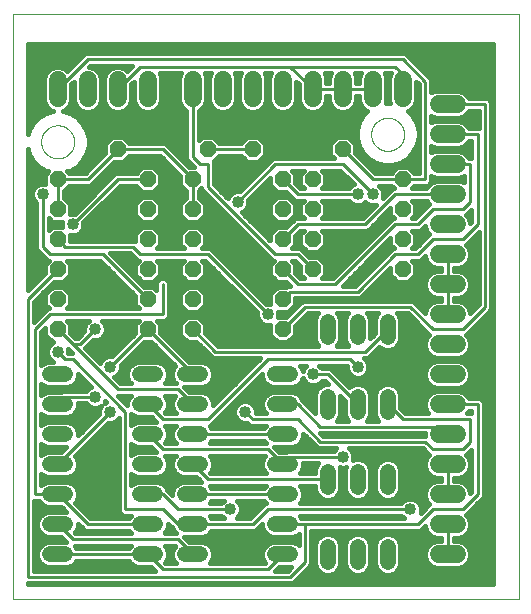
<source format=gtl>
G75*
%MOIN*%
%OFA0B0*%
%FSLAX25Y25*%
%IPPOS*%
%LPD*%
%AMOC8*
5,1,8,0,0,1.08239X$1,22.5*
%
%ADD10C,0.00000*%
%ADD11C,0.05200*%
%ADD12OC8,0.05200*%
%ADD13C,0.06000*%
%ADD14C,0.01000*%
%ADD15C,0.04000*%
%ADD16C,0.01600*%
D10*
X0001000Y0001000D02*
X0001000Y0195961D01*
X0169701Y0195961D01*
X0169701Y0001000D01*
X0001000Y0001000D01*
X0010488Y0153500D02*
X0010490Y0153648D01*
X0010496Y0153796D01*
X0010506Y0153944D01*
X0010520Y0154091D01*
X0010538Y0154238D01*
X0010559Y0154384D01*
X0010585Y0154530D01*
X0010615Y0154675D01*
X0010648Y0154819D01*
X0010686Y0154962D01*
X0010727Y0155104D01*
X0010772Y0155245D01*
X0010820Y0155385D01*
X0010873Y0155524D01*
X0010929Y0155661D01*
X0010989Y0155796D01*
X0011052Y0155930D01*
X0011119Y0156062D01*
X0011190Y0156192D01*
X0011264Y0156320D01*
X0011341Y0156446D01*
X0011422Y0156570D01*
X0011506Y0156692D01*
X0011593Y0156811D01*
X0011684Y0156928D01*
X0011778Y0157043D01*
X0011874Y0157155D01*
X0011974Y0157265D01*
X0012076Y0157371D01*
X0012182Y0157475D01*
X0012290Y0157576D01*
X0012401Y0157674D01*
X0012514Y0157770D01*
X0012630Y0157862D01*
X0012748Y0157951D01*
X0012869Y0158036D01*
X0012992Y0158119D01*
X0013117Y0158198D01*
X0013244Y0158274D01*
X0013373Y0158346D01*
X0013504Y0158415D01*
X0013637Y0158480D01*
X0013772Y0158541D01*
X0013908Y0158599D01*
X0014045Y0158654D01*
X0014184Y0158704D01*
X0014325Y0158751D01*
X0014466Y0158794D01*
X0014609Y0158834D01*
X0014753Y0158869D01*
X0014897Y0158901D01*
X0015043Y0158928D01*
X0015189Y0158952D01*
X0015336Y0158972D01*
X0015483Y0158988D01*
X0015630Y0159000D01*
X0015778Y0159008D01*
X0015926Y0159012D01*
X0016074Y0159012D01*
X0016222Y0159008D01*
X0016370Y0159000D01*
X0016517Y0158988D01*
X0016664Y0158972D01*
X0016811Y0158952D01*
X0016957Y0158928D01*
X0017103Y0158901D01*
X0017247Y0158869D01*
X0017391Y0158834D01*
X0017534Y0158794D01*
X0017675Y0158751D01*
X0017816Y0158704D01*
X0017955Y0158654D01*
X0018092Y0158599D01*
X0018228Y0158541D01*
X0018363Y0158480D01*
X0018496Y0158415D01*
X0018627Y0158346D01*
X0018756Y0158274D01*
X0018883Y0158198D01*
X0019008Y0158119D01*
X0019131Y0158036D01*
X0019252Y0157951D01*
X0019370Y0157862D01*
X0019486Y0157770D01*
X0019599Y0157674D01*
X0019710Y0157576D01*
X0019818Y0157475D01*
X0019924Y0157371D01*
X0020026Y0157265D01*
X0020126Y0157155D01*
X0020222Y0157043D01*
X0020316Y0156928D01*
X0020407Y0156811D01*
X0020494Y0156692D01*
X0020578Y0156570D01*
X0020659Y0156446D01*
X0020736Y0156320D01*
X0020810Y0156192D01*
X0020881Y0156062D01*
X0020948Y0155930D01*
X0021011Y0155796D01*
X0021071Y0155661D01*
X0021127Y0155524D01*
X0021180Y0155385D01*
X0021228Y0155245D01*
X0021273Y0155104D01*
X0021314Y0154962D01*
X0021352Y0154819D01*
X0021385Y0154675D01*
X0021415Y0154530D01*
X0021441Y0154384D01*
X0021462Y0154238D01*
X0021480Y0154091D01*
X0021494Y0153944D01*
X0021504Y0153796D01*
X0021510Y0153648D01*
X0021512Y0153500D01*
X0021510Y0153352D01*
X0021504Y0153204D01*
X0021494Y0153056D01*
X0021480Y0152909D01*
X0021462Y0152762D01*
X0021441Y0152616D01*
X0021415Y0152470D01*
X0021385Y0152325D01*
X0021352Y0152181D01*
X0021314Y0152038D01*
X0021273Y0151896D01*
X0021228Y0151755D01*
X0021180Y0151615D01*
X0021127Y0151476D01*
X0021071Y0151339D01*
X0021011Y0151204D01*
X0020948Y0151070D01*
X0020881Y0150938D01*
X0020810Y0150808D01*
X0020736Y0150680D01*
X0020659Y0150554D01*
X0020578Y0150430D01*
X0020494Y0150308D01*
X0020407Y0150189D01*
X0020316Y0150072D01*
X0020222Y0149957D01*
X0020126Y0149845D01*
X0020026Y0149735D01*
X0019924Y0149629D01*
X0019818Y0149525D01*
X0019710Y0149424D01*
X0019599Y0149326D01*
X0019486Y0149230D01*
X0019370Y0149138D01*
X0019252Y0149049D01*
X0019131Y0148964D01*
X0019008Y0148881D01*
X0018883Y0148802D01*
X0018756Y0148726D01*
X0018627Y0148654D01*
X0018496Y0148585D01*
X0018363Y0148520D01*
X0018228Y0148459D01*
X0018092Y0148401D01*
X0017955Y0148346D01*
X0017816Y0148296D01*
X0017675Y0148249D01*
X0017534Y0148206D01*
X0017391Y0148166D01*
X0017247Y0148131D01*
X0017103Y0148099D01*
X0016957Y0148072D01*
X0016811Y0148048D01*
X0016664Y0148028D01*
X0016517Y0148012D01*
X0016370Y0148000D01*
X0016222Y0147992D01*
X0016074Y0147988D01*
X0015926Y0147988D01*
X0015778Y0147992D01*
X0015630Y0148000D01*
X0015483Y0148012D01*
X0015336Y0148028D01*
X0015189Y0148048D01*
X0015043Y0148072D01*
X0014897Y0148099D01*
X0014753Y0148131D01*
X0014609Y0148166D01*
X0014466Y0148206D01*
X0014325Y0148249D01*
X0014184Y0148296D01*
X0014045Y0148346D01*
X0013908Y0148401D01*
X0013772Y0148459D01*
X0013637Y0148520D01*
X0013504Y0148585D01*
X0013373Y0148654D01*
X0013244Y0148726D01*
X0013117Y0148802D01*
X0012992Y0148881D01*
X0012869Y0148964D01*
X0012748Y0149049D01*
X0012630Y0149138D01*
X0012514Y0149230D01*
X0012401Y0149326D01*
X0012290Y0149424D01*
X0012182Y0149525D01*
X0012076Y0149629D01*
X0011974Y0149735D01*
X0011874Y0149845D01*
X0011778Y0149957D01*
X0011684Y0150072D01*
X0011593Y0150189D01*
X0011506Y0150308D01*
X0011422Y0150430D01*
X0011341Y0150554D01*
X0011264Y0150680D01*
X0011190Y0150808D01*
X0011119Y0150938D01*
X0011052Y0151070D01*
X0010989Y0151204D01*
X0010929Y0151339D01*
X0010873Y0151476D01*
X0010820Y0151615D01*
X0010772Y0151755D01*
X0010727Y0151896D01*
X0010686Y0152038D01*
X0010648Y0152181D01*
X0010615Y0152325D01*
X0010585Y0152470D01*
X0010559Y0152616D01*
X0010538Y0152762D01*
X0010520Y0152909D01*
X0010506Y0153056D01*
X0010496Y0153204D01*
X0010490Y0153352D01*
X0010488Y0153500D01*
X0120488Y0156000D02*
X0120490Y0156148D01*
X0120496Y0156296D01*
X0120506Y0156444D01*
X0120520Y0156591D01*
X0120538Y0156738D01*
X0120559Y0156884D01*
X0120585Y0157030D01*
X0120615Y0157175D01*
X0120648Y0157319D01*
X0120686Y0157462D01*
X0120727Y0157604D01*
X0120772Y0157745D01*
X0120820Y0157885D01*
X0120873Y0158024D01*
X0120929Y0158161D01*
X0120989Y0158296D01*
X0121052Y0158430D01*
X0121119Y0158562D01*
X0121190Y0158692D01*
X0121264Y0158820D01*
X0121341Y0158946D01*
X0121422Y0159070D01*
X0121506Y0159192D01*
X0121593Y0159311D01*
X0121684Y0159428D01*
X0121778Y0159543D01*
X0121874Y0159655D01*
X0121974Y0159765D01*
X0122076Y0159871D01*
X0122182Y0159975D01*
X0122290Y0160076D01*
X0122401Y0160174D01*
X0122514Y0160270D01*
X0122630Y0160362D01*
X0122748Y0160451D01*
X0122869Y0160536D01*
X0122992Y0160619D01*
X0123117Y0160698D01*
X0123244Y0160774D01*
X0123373Y0160846D01*
X0123504Y0160915D01*
X0123637Y0160980D01*
X0123772Y0161041D01*
X0123908Y0161099D01*
X0124045Y0161154D01*
X0124184Y0161204D01*
X0124325Y0161251D01*
X0124466Y0161294D01*
X0124609Y0161334D01*
X0124753Y0161369D01*
X0124897Y0161401D01*
X0125043Y0161428D01*
X0125189Y0161452D01*
X0125336Y0161472D01*
X0125483Y0161488D01*
X0125630Y0161500D01*
X0125778Y0161508D01*
X0125926Y0161512D01*
X0126074Y0161512D01*
X0126222Y0161508D01*
X0126370Y0161500D01*
X0126517Y0161488D01*
X0126664Y0161472D01*
X0126811Y0161452D01*
X0126957Y0161428D01*
X0127103Y0161401D01*
X0127247Y0161369D01*
X0127391Y0161334D01*
X0127534Y0161294D01*
X0127675Y0161251D01*
X0127816Y0161204D01*
X0127955Y0161154D01*
X0128092Y0161099D01*
X0128228Y0161041D01*
X0128363Y0160980D01*
X0128496Y0160915D01*
X0128627Y0160846D01*
X0128756Y0160774D01*
X0128883Y0160698D01*
X0129008Y0160619D01*
X0129131Y0160536D01*
X0129252Y0160451D01*
X0129370Y0160362D01*
X0129486Y0160270D01*
X0129599Y0160174D01*
X0129710Y0160076D01*
X0129818Y0159975D01*
X0129924Y0159871D01*
X0130026Y0159765D01*
X0130126Y0159655D01*
X0130222Y0159543D01*
X0130316Y0159428D01*
X0130407Y0159311D01*
X0130494Y0159192D01*
X0130578Y0159070D01*
X0130659Y0158946D01*
X0130736Y0158820D01*
X0130810Y0158692D01*
X0130881Y0158562D01*
X0130948Y0158430D01*
X0131011Y0158296D01*
X0131071Y0158161D01*
X0131127Y0158024D01*
X0131180Y0157885D01*
X0131228Y0157745D01*
X0131273Y0157604D01*
X0131314Y0157462D01*
X0131352Y0157319D01*
X0131385Y0157175D01*
X0131415Y0157030D01*
X0131441Y0156884D01*
X0131462Y0156738D01*
X0131480Y0156591D01*
X0131494Y0156444D01*
X0131504Y0156296D01*
X0131510Y0156148D01*
X0131512Y0156000D01*
X0131510Y0155852D01*
X0131504Y0155704D01*
X0131494Y0155556D01*
X0131480Y0155409D01*
X0131462Y0155262D01*
X0131441Y0155116D01*
X0131415Y0154970D01*
X0131385Y0154825D01*
X0131352Y0154681D01*
X0131314Y0154538D01*
X0131273Y0154396D01*
X0131228Y0154255D01*
X0131180Y0154115D01*
X0131127Y0153976D01*
X0131071Y0153839D01*
X0131011Y0153704D01*
X0130948Y0153570D01*
X0130881Y0153438D01*
X0130810Y0153308D01*
X0130736Y0153180D01*
X0130659Y0153054D01*
X0130578Y0152930D01*
X0130494Y0152808D01*
X0130407Y0152689D01*
X0130316Y0152572D01*
X0130222Y0152457D01*
X0130126Y0152345D01*
X0130026Y0152235D01*
X0129924Y0152129D01*
X0129818Y0152025D01*
X0129710Y0151924D01*
X0129599Y0151826D01*
X0129486Y0151730D01*
X0129370Y0151638D01*
X0129252Y0151549D01*
X0129131Y0151464D01*
X0129008Y0151381D01*
X0128883Y0151302D01*
X0128756Y0151226D01*
X0128627Y0151154D01*
X0128496Y0151085D01*
X0128363Y0151020D01*
X0128228Y0150959D01*
X0128092Y0150901D01*
X0127955Y0150846D01*
X0127816Y0150796D01*
X0127675Y0150749D01*
X0127534Y0150706D01*
X0127391Y0150666D01*
X0127247Y0150631D01*
X0127103Y0150599D01*
X0126957Y0150572D01*
X0126811Y0150548D01*
X0126664Y0150528D01*
X0126517Y0150512D01*
X0126370Y0150500D01*
X0126222Y0150492D01*
X0126074Y0150488D01*
X0125926Y0150488D01*
X0125778Y0150492D01*
X0125630Y0150500D01*
X0125483Y0150512D01*
X0125336Y0150528D01*
X0125189Y0150548D01*
X0125043Y0150572D01*
X0124897Y0150599D01*
X0124753Y0150631D01*
X0124609Y0150666D01*
X0124466Y0150706D01*
X0124325Y0150749D01*
X0124184Y0150796D01*
X0124045Y0150846D01*
X0123908Y0150901D01*
X0123772Y0150959D01*
X0123637Y0151020D01*
X0123504Y0151085D01*
X0123373Y0151154D01*
X0123244Y0151226D01*
X0123117Y0151302D01*
X0122992Y0151381D01*
X0122869Y0151464D01*
X0122748Y0151549D01*
X0122630Y0151638D01*
X0122514Y0151730D01*
X0122401Y0151826D01*
X0122290Y0151924D01*
X0122182Y0152025D01*
X0122076Y0152129D01*
X0121974Y0152235D01*
X0121874Y0152345D01*
X0121778Y0152457D01*
X0121684Y0152572D01*
X0121593Y0152689D01*
X0121506Y0152808D01*
X0121422Y0152930D01*
X0121341Y0153054D01*
X0121264Y0153180D01*
X0121190Y0153308D01*
X0121119Y0153438D01*
X0121052Y0153570D01*
X0120989Y0153704D01*
X0120929Y0153839D01*
X0120873Y0153976D01*
X0120820Y0154115D01*
X0120772Y0154255D01*
X0120727Y0154396D01*
X0120686Y0154538D01*
X0120648Y0154681D01*
X0120615Y0154825D01*
X0120585Y0154970D01*
X0120559Y0155116D01*
X0120538Y0155262D01*
X0120520Y0155409D01*
X0120506Y0155556D01*
X0120496Y0155704D01*
X0120490Y0155852D01*
X0120488Y0156000D01*
D11*
X0116000Y0093600D02*
X0116000Y0088400D01*
X0106000Y0088400D02*
X0106000Y0093600D01*
X0093600Y0076000D02*
X0088400Y0076000D01*
X0088400Y0066000D02*
X0093600Y0066000D01*
X0093600Y0056000D02*
X0088400Y0056000D01*
X0088400Y0046000D02*
X0093600Y0046000D01*
X0093600Y0036000D02*
X0088400Y0036000D01*
X0088400Y0026000D02*
X0093600Y0026000D01*
X0093600Y0016000D02*
X0088400Y0016000D01*
X0106000Y0013400D02*
X0106000Y0018600D01*
X0116000Y0018600D02*
X0116000Y0013400D01*
X0126000Y0013400D02*
X0126000Y0018600D01*
X0126000Y0038400D02*
X0126000Y0043600D01*
X0116000Y0043600D02*
X0116000Y0038400D01*
X0106000Y0038400D02*
X0106000Y0043600D01*
X0106000Y0063400D02*
X0106000Y0068600D01*
X0116000Y0068600D02*
X0116000Y0063400D01*
X0126000Y0063400D02*
X0126000Y0068600D01*
X0126000Y0088400D02*
X0126000Y0093600D01*
X0063600Y0076000D02*
X0058400Y0076000D01*
X0058400Y0066000D02*
X0063600Y0066000D01*
X0063600Y0056000D02*
X0058400Y0056000D01*
X0058400Y0046000D02*
X0063600Y0046000D01*
X0063600Y0036000D02*
X0058400Y0036000D01*
X0058400Y0026000D02*
X0063600Y0026000D01*
X0063600Y0016000D02*
X0058400Y0016000D01*
X0048600Y0016000D02*
X0043400Y0016000D01*
X0043400Y0026000D02*
X0048600Y0026000D01*
X0048600Y0036000D02*
X0043400Y0036000D01*
X0043400Y0046000D02*
X0048600Y0046000D01*
X0048600Y0056000D02*
X0043400Y0056000D01*
X0043400Y0066000D02*
X0048600Y0066000D01*
X0048600Y0076000D02*
X0043400Y0076000D01*
X0018600Y0076000D02*
X0013400Y0076000D01*
X0013400Y0066000D02*
X0018600Y0066000D01*
X0018600Y0056000D02*
X0013400Y0056000D01*
X0013400Y0046000D02*
X0018600Y0046000D01*
X0018600Y0036000D02*
X0013400Y0036000D01*
X0013400Y0026000D02*
X0018600Y0026000D01*
X0018600Y0016000D02*
X0013400Y0016000D01*
D12*
X0016000Y0091000D03*
X0016000Y0101000D03*
X0016000Y0111000D03*
X0016000Y0121000D03*
X0016000Y0131000D03*
X0016000Y0141000D03*
X0036000Y0151000D03*
X0046000Y0141000D03*
X0046000Y0131000D03*
X0046000Y0121000D03*
X0046000Y0111000D03*
X0046000Y0101000D03*
X0046000Y0091000D03*
X0061000Y0091000D03*
X0061000Y0101000D03*
X0061000Y0111000D03*
X0061000Y0121000D03*
X0061000Y0131000D03*
X0061000Y0141000D03*
X0066000Y0151000D03*
X0081000Y0151000D03*
X0091000Y0141000D03*
X0091000Y0131000D03*
X0091000Y0121000D03*
X0091000Y0111000D03*
X0091000Y0101000D03*
X0091000Y0091000D03*
X0101000Y0111000D03*
X0101000Y0121000D03*
X0101000Y0131000D03*
X0101000Y0141000D03*
X0111000Y0151000D03*
X0131000Y0141000D03*
X0131000Y0131000D03*
X0131000Y0121000D03*
X0131000Y0111000D03*
D13*
X0143000Y0106000D02*
X0149000Y0106000D01*
X0149000Y0096000D02*
X0143000Y0096000D01*
X0143000Y0086000D02*
X0149000Y0086000D01*
X0149000Y0076000D02*
X0143000Y0076000D01*
X0143000Y0066000D02*
X0149000Y0066000D01*
X0149000Y0056000D02*
X0143000Y0056000D01*
X0143000Y0046000D02*
X0149000Y0046000D01*
X0149000Y0036000D02*
X0143000Y0036000D01*
X0143000Y0026000D02*
X0149000Y0026000D01*
X0149000Y0016000D02*
X0143000Y0016000D01*
X0143000Y0116000D02*
X0149000Y0116000D01*
X0149000Y0126000D02*
X0143000Y0126000D01*
X0143000Y0136000D02*
X0149000Y0136000D01*
X0149000Y0146000D02*
X0143000Y0146000D01*
X0143000Y0156000D02*
X0149000Y0156000D01*
X0149000Y0166000D02*
X0143000Y0166000D01*
X0131000Y0168000D02*
X0131000Y0174000D01*
X0121000Y0174000D02*
X0121000Y0168000D01*
X0111000Y0168000D02*
X0111000Y0174000D01*
X0101000Y0174000D02*
X0101000Y0168000D01*
X0091000Y0168000D02*
X0091000Y0174000D01*
X0081000Y0174000D02*
X0081000Y0168000D01*
X0071000Y0168000D02*
X0071000Y0174000D01*
X0061000Y0174000D02*
X0061000Y0168000D01*
X0046000Y0168000D02*
X0046000Y0174000D01*
X0036000Y0174000D02*
X0036000Y0168000D01*
X0026000Y0168000D02*
X0026000Y0174000D01*
X0016000Y0174000D02*
X0016000Y0168000D01*
D14*
X0016000Y0171000D02*
X0026000Y0181000D01*
X0131000Y0181000D01*
X0138500Y0173500D01*
X0138500Y0141000D01*
X0131000Y0141000D01*
X0121000Y0141000D01*
X0111000Y0151000D01*
X0111000Y0146000D02*
X0088500Y0146000D01*
X0076000Y0133500D01*
X0066000Y0138500D02*
X0066000Y0146000D01*
X0063500Y0146000D01*
X0061000Y0148500D01*
X0061000Y0171000D01*
X0043500Y0178500D02*
X0093500Y0178500D01*
X0128500Y0178500D01*
X0131000Y0176000D01*
X0131000Y0171000D01*
X0121000Y0171000D02*
X0111000Y0171000D01*
X0101000Y0171000D01*
X0093500Y0178500D01*
X0081000Y0151000D02*
X0066000Y0151000D01*
X0061000Y0141000D02*
X0051000Y0151000D01*
X0036000Y0151000D01*
X0026000Y0141000D01*
X0016000Y0141000D01*
X0016000Y0131000D01*
X0011000Y0136000D02*
X0011000Y0118500D01*
X0013500Y0116000D01*
X0031000Y0116000D01*
X0046000Y0101000D01*
X0051000Y0096000D02*
X0013500Y0096000D01*
X0008500Y0091000D01*
X0008500Y0036000D01*
X0016000Y0036000D01*
X0026000Y0026000D01*
X0046000Y0026000D01*
X0051000Y0031000D02*
X0056000Y0026000D01*
X0061000Y0026000D01*
X0081000Y0026000D01*
X0086000Y0031000D01*
X0133500Y0031000D01*
X0136000Y0026000D02*
X0141000Y0031000D01*
X0151000Y0031000D01*
X0156000Y0036000D01*
X0156000Y0066000D01*
X0146000Y0066000D01*
X0143500Y0058500D02*
X0103500Y0058500D01*
X0096000Y0066000D01*
X0091000Y0066000D01*
X0096000Y0061000D02*
X0103500Y0053500D01*
X0138500Y0053500D01*
X0141000Y0051000D01*
X0151000Y0051000D01*
X0153500Y0053500D01*
X0153500Y0061000D01*
X0131000Y0061000D01*
X0126000Y0066000D01*
X0116000Y0066000D02*
X0106000Y0076000D01*
X0101000Y0076000D01*
X0113500Y0081000D02*
X0116000Y0078500D01*
X0113500Y0081000D02*
X0086000Y0081000D01*
X0066000Y0061000D01*
X0051000Y0061000D01*
X0046000Y0066000D01*
X0038500Y0063500D02*
X0038500Y0031000D01*
X0051000Y0031000D01*
X0051000Y0036000D02*
X0046000Y0036000D01*
X0051000Y0036000D02*
X0056000Y0031000D01*
X0073500Y0031000D01*
X0066000Y0041000D02*
X0106000Y0041000D01*
X0111000Y0048500D02*
X0093500Y0048500D01*
X0091000Y0046000D01*
X0086000Y0051000D01*
X0051000Y0051000D01*
X0046000Y0056000D01*
X0038500Y0063500D02*
X0021000Y0081000D01*
X0018500Y0081000D01*
X0016000Y0083500D01*
X0021000Y0086000D02*
X0023500Y0086000D01*
X0028500Y0091000D01*
X0021000Y0086000D02*
X0016000Y0091000D01*
X0021000Y0086000D02*
X0036000Y0071000D01*
X0056000Y0071000D01*
X0061000Y0066000D01*
X0061000Y0056000D02*
X0091000Y0056000D01*
X0096000Y0061000D02*
X0081000Y0061000D01*
X0078500Y0063500D01*
X0061000Y0076000D02*
X0046000Y0091000D01*
X0033500Y0078500D01*
X0028500Y0068500D02*
X0018500Y0068500D01*
X0016000Y0066000D01*
X0033500Y0063500D02*
X0016000Y0046000D01*
X0016000Y0026000D02*
X0021000Y0021000D01*
X0056000Y0021000D01*
X0061000Y0016000D01*
X0051000Y0011000D02*
X0046000Y0016000D01*
X0016000Y0016000D01*
X0006000Y0008500D02*
X0093500Y0008500D01*
X0098500Y0013500D01*
X0098500Y0026000D01*
X0091000Y0026000D01*
X0098500Y0026000D02*
X0136000Y0026000D01*
X0146000Y0026000D02*
X0146000Y0016000D01*
X0146000Y0036000D02*
X0146000Y0046000D01*
X0146000Y0056000D02*
X0143500Y0058500D01*
X0118500Y0083500D02*
X0126000Y0091000D01*
X0118500Y0083500D02*
X0068500Y0083500D01*
X0061000Y0091000D01*
X0051000Y0096000D02*
X0051000Y0106000D01*
X0043500Y0116000D02*
X0066000Y0116000D01*
X0086000Y0096000D01*
X0091000Y0101000D02*
X0093500Y0103500D01*
X0116000Y0103500D01*
X0128500Y0116000D01*
X0136000Y0116000D01*
X0141000Y0121000D01*
X0151000Y0121000D01*
X0156000Y0126000D01*
X0156000Y0156000D01*
X0146000Y0156000D01*
X0146000Y0146000D02*
X0153500Y0146000D01*
X0153500Y0133500D01*
X0151000Y0131000D01*
X0141000Y0131000D01*
X0136000Y0126000D01*
X0128500Y0126000D01*
X0108500Y0106000D01*
X0096000Y0106000D01*
X0091000Y0111000D01*
X0088500Y0116000D02*
X0066000Y0138500D01*
X0061000Y0141000D02*
X0061000Y0131000D01*
X0046000Y0141000D02*
X0036000Y0141000D01*
X0021000Y0126000D01*
X0016000Y0121000D02*
X0018500Y0118500D01*
X0041000Y0118500D01*
X0043500Y0116000D01*
X0016000Y0111000D02*
X0006000Y0101000D01*
X0006000Y0008500D01*
X0051000Y0011000D02*
X0086000Y0011000D01*
X0091000Y0016000D01*
X0091000Y0036000D02*
X0061000Y0036000D01*
X0066000Y0041000D02*
X0061000Y0046000D01*
X0091000Y0091000D02*
X0098500Y0098500D01*
X0133500Y0098500D01*
X0141000Y0091000D01*
X0151000Y0091000D01*
X0158500Y0098500D01*
X0158500Y0166000D01*
X0146000Y0166000D01*
X0146000Y0136000D02*
X0128500Y0136000D01*
X0118500Y0126000D01*
X0096000Y0126000D01*
X0091000Y0121000D01*
X0088500Y0116000D02*
X0096000Y0116000D01*
X0101000Y0111000D01*
X0096000Y0136000D02*
X0116000Y0136000D01*
X0121000Y0136000D02*
X0111000Y0146000D01*
X0096000Y0136000D02*
X0091000Y0141000D01*
X0043500Y0178500D02*
X0036000Y0171000D01*
X0146000Y0116000D02*
X0146000Y0106000D01*
X0146000Y0096000D01*
D15*
X0116000Y0078500D03*
X0101000Y0076000D03*
X0086000Y0096000D03*
X0078500Y0063500D03*
X0073500Y0031000D03*
X0111000Y0048500D03*
X0133500Y0031000D03*
X0076000Y0133500D03*
X0116000Y0136000D03*
X0121000Y0136000D03*
X0033500Y0078500D03*
X0028500Y0068500D03*
X0033500Y0063500D03*
X0016000Y0083500D03*
X0028500Y0091000D03*
X0021000Y0126000D03*
X0011000Y0136000D03*
D16*
X0011800Y0139565D02*
X0011716Y0139600D01*
X0010284Y0139600D01*
X0008961Y0139052D01*
X0007948Y0138039D01*
X0007400Y0136716D01*
X0007400Y0135284D01*
X0007948Y0133961D01*
X0008900Y0133009D01*
X0008900Y0117630D01*
X0010130Y0116400D01*
X0012630Y0113900D01*
X0012960Y0113900D01*
X0011800Y0112740D01*
X0011800Y0109770D01*
X0006000Y0103970D01*
X0006000Y0150979D01*
X0006391Y0149520D01*
X0007748Y0147168D01*
X0009668Y0145248D01*
X0012020Y0143891D01*
X0012754Y0143694D01*
X0011800Y0142740D01*
X0011800Y0139565D01*
X0011800Y0140070D02*
X0006000Y0140070D01*
X0006000Y0138472D02*
X0008381Y0138472D01*
X0007465Y0136873D02*
X0006000Y0136873D01*
X0006000Y0135275D02*
X0007404Y0135275D01*
X0008232Y0133676D02*
X0006000Y0133676D01*
X0006000Y0132078D02*
X0008900Y0132078D01*
X0008900Y0130479D02*
X0006000Y0130479D01*
X0006000Y0128881D02*
X0008900Y0128881D01*
X0008900Y0127282D02*
X0006000Y0127282D01*
X0006000Y0125684D02*
X0008900Y0125684D01*
X0008900Y0124085D02*
X0006000Y0124085D01*
X0006000Y0122487D02*
X0008900Y0122487D01*
X0008900Y0120888D02*
X0006000Y0120888D01*
X0006000Y0119290D02*
X0008900Y0119290D01*
X0008900Y0117691D02*
X0006000Y0117691D01*
X0006000Y0116093D02*
X0010437Y0116093D01*
X0012036Y0114494D02*
X0006000Y0114494D01*
X0006000Y0112896D02*
X0011956Y0112896D01*
X0011800Y0111297D02*
X0006000Y0111297D01*
X0006000Y0109699D02*
X0011729Y0109699D01*
X0010130Y0108100D02*
X0006000Y0108100D01*
X0006000Y0106502D02*
X0008532Y0106502D01*
X0006933Y0104903D02*
X0006000Y0104903D01*
X0009676Y0101706D02*
X0011800Y0101706D01*
X0011800Y0102740D02*
X0011800Y0099260D01*
X0012960Y0098100D01*
X0012630Y0098100D01*
X0008100Y0093570D01*
X0008100Y0100130D01*
X0014770Y0106800D01*
X0017740Y0106800D01*
X0020200Y0109260D01*
X0020200Y0112740D01*
X0019040Y0113900D01*
X0030130Y0113900D01*
X0041800Y0102230D01*
X0041800Y0099260D01*
X0042960Y0098100D01*
X0019040Y0098100D01*
X0020200Y0099260D01*
X0020200Y0102740D01*
X0017740Y0105200D01*
X0014260Y0105200D01*
X0011800Y0102740D01*
X0011275Y0103305D02*
X0012365Y0103305D01*
X0012873Y0104903D02*
X0013964Y0104903D01*
X0014472Y0106502D02*
X0037528Y0106502D01*
X0035930Y0108100D02*
X0019040Y0108100D01*
X0020200Y0109699D02*
X0034331Y0109699D01*
X0032733Y0111297D02*
X0020200Y0111297D01*
X0020044Y0112896D02*
X0031134Y0112896D01*
X0033877Y0116093D02*
X0040437Y0116093D01*
X0040130Y0116400D02*
X0041400Y0115130D01*
X0042630Y0113900D01*
X0042960Y0113900D01*
X0041800Y0112740D01*
X0041800Y0109260D01*
X0044260Y0106800D01*
X0047740Y0106800D01*
X0050200Y0109260D01*
X0050200Y0112740D01*
X0049040Y0113900D01*
X0057960Y0113900D01*
X0056800Y0112740D01*
X0056800Y0109260D01*
X0059260Y0106800D01*
X0062740Y0106800D01*
X0065200Y0109260D01*
X0065200Y0112740D01*
X0064040Y0113900D01*
X0065130Y0113900D01*
X0082400Y0096630D01*
X0082400Y0095284D01*
X0082948Y0093961D01*
X0083961Y0092948D01*
X0085284Y0092400D01*
X0086716Y0092400D01*
X0086800Y0092435D01*
X0086800Y0089260D01*
X0089260Y0086800D01*
X0092740Y0086800D01*
X0095200Y0089260D01*
X0095200Y0092230D01*
X0099370Y0096400D01*
X0102860Y0096400D01*
X0102439Y0095979D01*
X0101800Y0094435D01*
X0101800Y0087565D01*
X0102439Y0086021D01*
X0102860Y0085600D01*
X0069370Y0085600D01*
X0065200Y0089770D01*
X0065200Y0092740D01*
X0062740Y0095200D01*
X0059260Y0095200D01*
X0056800Y0092740D01*
X0056800Y0089260D01*
X0059260Y0086800D01*
X0062230Y0086800D01*
X0066400Y0082630D01*
X0067630Y0081400D01*
X0083430Y0081400D01*
X0067800Y0065770D01*
X0067800Y0066835D01*
X0067161Y0068379D01*
X0065979Y0069561D01*
X0064435Y0070200D01*
X0059770Y0070200D01*
X0058170Y0071800D01*
X0064435Y0071800D01*
X0065979Y0072439D01*
X0067161Y0073621D01*
X0067800Y0075165D01*
X0067800Y0076835D01*
X0067161Y0078379D01*
X0065979Y0079561D01*
X0064435Y0080200D01*
X0059770Y0080200D01*
X0050200Y0089770D01*
X0050200Y0092740D01*
X0049040Y0093900D01*
X0051870Y0093900D01*
X0053100Y0095130D01*
X0053100Y0106870D01*
X0051870Y0108100D01*
X0050130Y0108100D01*
X0048900Y0106870D01*
X0048900Y0104040D01*
X0047740Y0105200D01*
X0044770Y0105200D01*
X0033570Y0116400D01*
X0040130Y0116400D01*
X0042036Y0114494D02*
X0035476Y0114494D01*
X0037074Y0112896D02*
X0041956Y0112896D01*
X0041800Y0111297D02*
X0038673Y0111297D01*
X0040271Y0109699D02*
X0041800Y0109699D01*
X0041870Y0108100D02*
X0042960Y0108100D01*
X0043468Y0106502D02*
X0048900Y0106502D01*
X0048900Y0104903D02*
X0048036Y0104903D01*
X0049040Y0108100D02*
X0057960Y0108100D01*
X0056800Y0109699D02*
X0050200Y0109699D01*
X0050200Y0111297D02*
X0056800Y0111297D01*
X0056956Y0112896D02*
X0050044Y0112896D01*
X0049040Y0118100D02*
X0050200Y0119260D01*
X0050200Y0122740D01*
X0047740Y0125200D01*
X0044260Y0125200D01*
X0041800Y0122740D01*
X0041800Y0120600D01*
X0020200Y0120600D01*
X0020200Y0122435D01*
X0020284Y0122400D01*
X0021716Y0122400D01*
X0023039Y0122948D01*
X0024052Y0123961D01*
X0024600Y0125284D01*
X0024600Y0126630D01*
X0036870Y0138900D01*
X0042160Y0138900D01*
X0044260Y0136800D01*
X0047740Y0136800D01*
X0050200Y0139260D01*
X0050200Y0142740D01*
X0047740Y0145200D01*
X0044260Y0145200D01*
X0042160Y0143100D01*
X0035130Y0143100D01*
X0033900Y0141870D01*
X0021630Y0129600D01*
X0020284Y0129600D01*
X0020200Y0129565D01*
X0020200Y0132740D01*
X0018100Y0134840D01*
X0018100Y0137160D01*
X0019840Y0138900D01*
X0026870Y0138900D01*
X0028100Y0140130D01*
X0034770Y0146800D01*
X0037740Y0146800D01*
X0039840Y0148900D01*
X0050130Y0148900D01*
X0056800Y0142230D01*
X0056800Y0139260D01*
X0058900Y0137160D01*
X0058900Y0134840D01*
X0056800Y0132740D01*
X0056800Y0129260D01*
X0059260Y0126800D01*
X0062740Y0126800D01*
X0065200Y0129260D01*
X0065200Y0132740D01*
X0063100Y0134840D01*
X0063100Y0137160D01*
X0063900Y0137960D01*
X0063900Y0137630D01*
X0065130Y0136400D01*
X0087630Y0113900D01*
X0087960Y0113900D01*
X0086800Y0112740D01*
X0086800Y0109260D01*
X0089260Y0106800D01*
X0092230Y0106800D01*
X0093430Y0105600D01*
X0092630Y0105600D01*
X0092230Y0105200D01*
X0089260Y0105200D01*
X0086800Y0102740D01*
X0086800Y0099565D01*
X0086716Y0099600D01*
X0085370Y0099600D01*
X0066870Y0118100D01*
X0064040Y0118100D01*
X0065200Y0119260D01*
X0065200Y0122740D01*
X0062740Y0125200D01*
X0059260Y0125200D01*
X0056800Y0122740D01*
X0056800Y0119260D01*
X0057960Y0118100D01*
X0049040Y0118100D01*
X0050200Y0119290D02*
X0056800Y0119290D01*
X0056800Y0120888D02*
X0050200Y0120888D01*
X0050200Y0122487D02*
X0056800Y0122487D01*
X0058146Y0124085D02*
X0048854Y0124085D01*
X0047740Y0126800D02*
X0050200Y0129260D01*
X0050200Y0132740D01*
X0047740Y0135200D01*
X0044260Y0135200D01*
X0041800Y0132740D01*
X0041800Y0129260D01*
X0044260Y0126800D01*
X0047740Y0126800D01*
X0048222Y0127282D02*
X0058778Y0127282D01*
X0057179Y0128881D02*
X0049821Y0128881D01*
X0050200Y0130479D02*
X0056800Y0130479D01*
X0056800Y0132078D02*
X0050200Y0132078D01*
X0049263Y0133676D02*
X0057737Y0133676D01*
X0058900Y0135275D02*
X0033245Y0135275D01*
X0034843Y0136873D02*
X0044187Y0136873D01*
X0042588Y0138472D02*
X0036442Y0138472D01*
X0033699Y0141669D02*
X0029639Y0141669D01*
X0031237Y0143268D02*
X0042328Y0143268D01*
X0043926Y0144866D02*
X0032836Y0144866D01*
X0034434Y0146465D02*
X0052566Y0146465D01*
X0050967Y0148063D02*
X0039003Y0148063D01*
X0039840Y0153100D02*
X0037740Y0155200D01*
X0034260Y0155200D01*
X0031800Y0152740D01*
X0031800Y0149770D01*
X0025130Y0143100D01*
X0019840Y0143100D01*
X0019246Y0143694D01*
X0019980Y0143891D01*
X0022332Y0145248D01*
X0024251Y0147168D01*
X0025609Y0149520D01*
X0026312Y0152142D01*
X0026312Y0154858D01*
X0025609Y0157480D01*
X0024251Y0159832D01*
X0022332Y0161751D01*
X0019980Y0163109D01*
X0017692Y0163722D01*
X0018606Y0164100D01*
X0019900Y0165394D01*
X0020600Y0167085D01*
X0020600Y0172630D01*
X0021400Y0173430D01*
X0021400Y0167085D01*
X0022100Y0165394D01*
X0023394Y0164100D01*
X0025085Y0163400D01*
X0026915Y0163400D01*
X0028606Y0164100D01*
X0029900Y0165394D01*
X0030600Y0167085D01*
X0030600Y0174915D01*
X0029900Y0176606D01*
X0028606Y0177900D01*
X0026915Y0178600D01*
X0026570Y0178600D01*
X0026870Y0178900D01*
X0040930Y0178900D01*
X0039268Y0177238D01*
X0038606Y0177900D01*
X0036915Y0178600D01*
X0035085Y0178600D01*
X0033394Y0177900D01*
X0032100Y0176606D01*
X0031400Y0174915D01*
X0031400Y0167085D01*
X0032100Y0165394D01*
X0033394Y0164100D01*
X0035085Y0163400D01*
X0036915Y0163400D01*
X0038606Y0164100D01*
X0039900Y0165394D01*
X0040600Y0167085D01*
X0040600Y0172630D01*
X0041400Y0173430D01*
X0041400Y0167085D01*
X0042100Y0165394D01*
X0043394Y0164100D01*
X0045085Y0163400D01*
X0046915Y0163400D01*
X0048606Y0164100D01*
X0049900Y0165394D01*
X0050600Y0167085D01*
X0050600Y0174915D01*
X0049985Y0176400D01*
X0057015Y0176400D01*
X0056400Y0174915D01*
X0056400Y0167085D01*
X0057100Y0165394D01*
X0058394Y0164100D01*
X0058900Y0163891D01*
X0058900Y0147630D01*
X0060130Y0146400D01*
X0061330Y0145200D01*
X0059770Y0145200D01*
X0053100Y0151870D01*
X0051870Y0153100D01*
X0039840Y0153100D01*
X0038483Y0154457D02*
X0058900Y0154457D01*
X0058900Y0152859D02*
X0052111Y0152859D01*
X0053710Y0151260D02*
X0058900Y0151260D01*
X0058900Y0149662D02*
X0055308Y0149662D01*
X0056907Y0148063D02*
X0058900Y0148063D01*
X0058505Y0146465D02*
X0060066Y0146465D01*
X0055763Y0143268D02*
X0049672Y0143268D01*
X0050200Y0141669D02*
X0056800Y0141669D01*
X0056800Y0140070D02*
X0050200Y0140070D01*
X0049412Y0138472D02*
X0057588Y0138472D01*
X0058900Y0136873D02*
X0047813Y0136873D01*
X0042737Y0133676D02*
X0031646Y0133676D01*
X0030048Y0132078D02*
X0041800Y0132078D01*
X0041800Y0130479D02*
X0028449Y0130479D01*
X0026851Y0128881D02*
X0042179Y0128881D01*
X0043778Y0127282D02*
X0025252Y0127282D01*
X0024600Y0125684D02*
X0075846Y0125684D01*
X0074248Y0127282D02*
X0063222Y0127282D01*
X0064821Y0128881D02*
X0072649Y0128881D01*
X0071051Y0130479D02*
X0065200Y0130479D01*
X0065200Y0132078D02*
X0069452Y0132078D01*
X0067854Y0133676D02*
X0064263Y0133676D01*
X0063100Y0135275D02*
X0066255Y0135275D01*
X0064657Y0136873D02*
X0063100Y0136873D01*
X0068100Y0139370D02*
X0068100Y0146870D01*
X0067955Y0147015D01*
X0069840Y0148900D01*
X0077160Y0148900D01*
X0079260Y0146800D01*
X0082740Y0146800D01*
X0085200Y0149260D01*
X0085200Y0152740D01*
X0082740Y0155200D01*
X0079260Y0155200D01*
X0077160Y0153100D01*
X0069840Y0153100D01*
X0067740Y0155200D01*
X0064260Y0155200D01*
X0063100Y0154040D01*
X0063100Y0163891D01*
X0063606Y0164100D01*
X0064900Y0165394D01*
X0065600Y0167085D01*
X0065600Y0174915D01*
X0064985Y0176400D01*
X0067015Y0176400D01*
X0066400Y0174915D01*
X0066400Y0167085D01*
X0067100Y0165394D01*
X0068394Y0164100D01*
X0070085Y0163400D01*
X0071915Y0163400D01*
X0073606Y0164100D01*
X0074900Y0165394D01*
X0075600Y0167085D01*
X0075600Y0174915D01*
X0074985Y0176400D01*
X0077015Y0176400D01*
X0076400Y0174915D01*
X0076400Y0167085D01*
X0077100Y0165394D01*
X0078394Y0164100D01*
X0080085Y0163400D01*
X0081915Y0163400D01*
X0083606Y0164100D01*
X0084900Y0165394D01*
X0085600Y0167085D01*
X0085600Y0174915D01*
X0084985Y0176400D01*
X0087015Y0176400D01*
X0086400Y0174915D01*
X0086400Y0167085D01*
X0087100Y0165394D01*
X0088394Y0164100D01*
X0090085Y0163400D01*
X0091915Y0163400D01*
X0093606Y0164100D01*
X0094900Y0165394D01*
X0095600Y0167085D01*
X0095600Y0173430D01*
X0096400Y0172630D01*
X0096400Y0167085D01*
X0097100Y0165394D01*
X0098394Y0164100D01*
X0100085Y0163400D01*
X0101915Y0163400D01*
X0103606Y0164100D01*
X0104900Y0165394D01*
X0105600Y0167085D01*
X0105600Y0168900D01*
X0106400Y0168900D01*
X0106400Y0167085D01*
X0107100Y0165394D01*
X0108394Y0164100D01*
X0110085Y0163400D01*
X0111915Y0163400D01*
X0113606Y0164100D01*
X0114900Y0165394D01*
X0115600Y0167085D01*
X0115600Y0168900D01*
X0116400Y0168900D01*
X0116400Y0167085D01*
X0117100Y0165394D01*
X0118394Y0164100D01*
X0119188Y0163771D01*
X0117748Y0162332D01*
X0116391Y0159980D01*
X0115688Y0157358D01*
X0115688Y0154642D01*
X0116391Y0152020D01*
X0117748Y0149668D01*
X0119668Y0147748D01*
X0122020Y0146391D01*
X0124642Y0145688D01*
X0127358Y0145688D01*
X0129980Y0146391D01*
X0132332Y0147748D01*
X0134251Y0149668D01*
X0135609Y0152020D01*
X0136312Y0154642D01*
X0136312Y0157358D01*
X0135609Y0159980D01*
X0134251Y0162332D01*
X0132812Y0163771D01*
X0133606Y0164100D01*
X0134900Y0165394D01*
X0135600Y0167085D01*
X0135600Y0173430D01*
X0136400Y0172630D01*
X0136400Y0143100D01*
X0134840Y0143100D01*
X0132740Y0145200D01*
X0129260Y0145200D01*
X0127160Y0143100D01*
X0121870Y0143100D01*
X0115200Y0149770D01*
X0115200Y0152740D01*
X0112740Y0155200D01*
X0109260Y0155200D01*
X0106800Y0152740D01*
X0106800Y0149260D01*
X0107960Y0148100D01*
X0087630Y0148100D01*
X0086400Y0146870D01*
X0086400Y0146870D01*
X0076630Y0137100D01*
X0075284Y0137100D01*
X0073961Y0136552D01*
X0072948Y0135539D01*
X0072650Y0134820D01*
X0068100Y0139370D01*
X0068100Y0140070D02*
X0079601Y0140070D01*
X0078002Y0138472D02*
X0068998Y0138472D01*
X0070596Y0136873D02*
X0074737Y0136873D01*
X0072839Y0135275D02*
X0072195Y0135275D01*
X0077320Y0130150D02*
X0078039Y0130448D01*
X0079052Y0131461D01*
X0079600Y0132784D01*
X0079600Y0134130D01*
X0086800Y0141330D01*
X0086800Y0139260D01*
X0089260Y0136800D01*
X0092230Y0136800D01*
X0093900Y0135130D01*
X0095130Y0133900D01*
X0097960Y0133900D01*
X0096800Y0132740D01*
X0096800Y0129260D01*
X0097960Y0128100D01*
X0095130Y0128100D01*
X0092230Y0125200D01*
X0089260Y0125200D01*
X0086800Y0122740D01*
X0086800Y0120670D01*
X0077320Y0130150D01*
X0078071Y0130479D02*
X0086800Y0130479D01*
X0086800Y0129260D02*
X0089260Y0126800D01*
X0092740Y0126800D01*
X0095200Y0129260D01*
X0095200Y0132740D01*
X0092740Y0135200D01*
X0089260Y0135200D01*
X0086800Y0132740D01*
X0086800Y0129260D01*
X0087179Y0128881D02*
X0078589Y0128881D01*
X0080187Y0127282D02*
X0088778Y0127282D01*
X0088146Y0124085D02*
X0083384Y0124085D01*
X0081786Y0125684D02*
X0092714Y0125684D01*
X0093222Y0127282D02*
X0094313Y0127282D01*
X0094821Y0128881D02*
X0097179Y0128881D01*
X0096800Y0130479D02*
X0095200Y0130479D01*
X0095200Y0132078D02*
X0096800Y0132078D01*
X0097737Y0133676D02*
X0094263Y0133676D01*
X0093755Y0135275D02*
X0080745Y0135275D01*
X0079600Y0133676D02*
X0087737Y0133676D01*
X0086800Y0132078D02*
X0079308Y0132078D01*
X0082343Y0136873D02*
X0089187Y0136873D01*
X0087588Y0138472D02*
X0083942Y0138472D01*
X0085540Y0140070D02*
X0086800Y0140070D01*
X0082798Y0143268D02*
X0068100Y0143268D01*
X0068100Y0144866D02*
X0084396Y0144866D01*
X0085995Y0146465D02*
X0068100Y0146465D01*
X0069003Y0148063D02*
X0077997Y0148063D01*
X0078517Y0154457D02*
X0068483Y0154457D01*
X0063517Y0154457D02*
X0063100Y0154457D01*
X0063100Y0156056D02*
X0115688Y0156056D01*
X0115738Y0154457D02*
X0113483Y0154457D01*
X0115081Y0152859D02*
X0116166Y0152859D01*
X0116830Y0151260D02*
X0115200Y0151260D01*
X0115308Y0149662D02*
X0117755Y0149662D01*
X0116907Y0148063D02*
X0119354Y0148063D01*
X0118505Y0146465D02*
X0121892Y0146465D01*
X0120104Y0144866D02*
X0128926Y0144866D01*
X0130108Y0146465D02*
X0136400Y0146465D01*
X0136400Y0148063D02*
X0132646Y0148063D01*
X0134245Y0149662D02*
X0136400Y0149662D01*
X0136400Y0151260D02*
X0135170Y0151260D01*
X0135834Y0152859D02*
X0136400Y0152859D01*
X0136400Y0154457D02*
X0136262Y0154457D01*
X0136312Y0156056D02*
X0136400Y0156056D01*
X0136400Y0157654D02*
X0136232Y0157654D01*
X0136400Y0159253D02*
X0135804Y0159253D01*
X0136400Y0160851D02*
X0135106Y0160851D01*
X0134133Y0162450D02*
X0136400Y0162450D01*
X0136400Y0164048D02*
X0133480Y0164048D01*
X0135004Y0165647D02*
X0136400Y0165647D01*
X0136400Y0167245D02*
X0135600Y0167245D01*
X0135600Y0168844D02*
X0136400Y0168844D01*
X0136400Y0170442D02*
X0135600Y0170442D01*
X0135600Y0172041D02*
X0136400Y0172041D01*
X0139732Y0175238D02*
X0161000Y0175238D01*
X0161000Y0176836D02*
X0138134Y0176836D01*
X0136535Y0178435D02*
X0161000Y0178435D01*
X0161000Y0180033D02*
X0134937Y0180033D01*
X0133338Y0181632D02*
X0161000Y0181632D01*
X0161000Y0183230D02*
X0006000Y0183230D01*
X0006000Y0181632D02*
X0023662Y0181632D01*
X0023900Y0181870D02*
X0019268Y0177238D01*
X0018606Y0177900D01*
X0016915Y0178600D01*
X0015085Y0178600D01*
X0013394Y0177900D01*
X0012100Y0176606D01*
X0011400Y0174915D01*
X0011400Y0167085D01*
X0012100Y0165394D01*
X0013394Y0164100D01*
X0014307Y0163722D01*
X0012020Y0163109D01*
X0009668Y0161751D01*
X0007748Y0159832D01*
X0006391Y0157480D01*
X0006000Y0156021D01*
X0006000Y0186000D01*
X0161000Y0186000D01*
X0161000Y0006000D01*
X0006000Y0006000D01*
X0006000Y0006400D01*
X0094370Y0006400D01*
X0099370Y0011400D01*
X0100600Y0012630D01*
X0100600Y0023900D01*
X0136870Y0023900D01*
X0138400Y0025430D01*
X0138400Y0025085D01*
X0139100Y0023394D01*
X0140394Y0022100D01*
X0142085Y0021400D01*
X0143900Y0021400D01*
X0143900Y0020600D01*
X0142085Y0020600D01*
X0140394Y0019900D01*
X0139100Y0018606D01*
X0138400Y0016915D01*
X0138400Y0015085D01*
X0139100Y0013394D01*
X0140394Y0012100D01*
X0142085Y0011400D01*
X0149915Y0011400D01*
X0151606Y0012100D01*
X0152900Y0013394D01*
X0153600Y0015085D01*
X0153600Y0016915D01*
X0152900Y0018606D01*
X0151606Y0019900D01*
X0149915Y0020600D01*
X0148100Y0020600D01*
X0148100Y0021400D01*
X0149915Y0021400D01*
X0151606Y0022100D01*
X0152900Y0023394D01*
X0153600Y0025085D01*
X0153600Y0026915D01*
X0152900Y0028606D01*
X0152238Y0029268D01*
X0156870Y0033900D01*
X0158100Y0035130D01*
X0158100Y0066870D01*
X0156870Y0068100D01*
X0153109Y0068100D01*
X0152900Y0068606D01*
X0151606Y0069900D01*
X0149915Y0070600D01*
X0142085Y0070600D01*
X0140394Y0069900D01*
X0139100Y0068606D01*
X0138400Y0066915D01*
X0138400Y0065085D01*
X0139100Y0063394D01*
X0139395Y0063100D01*
X0131870Y0063100D01*
X0130200Y0064770D01*
X0130200Y0069435D01*
X0129561Y0070979D01*
X0128379Y0072161D01*
X0126835Y0072800D01*
X0125165Y0072800D01*
X0123621Y0072161D01*
X0122439Y0070979D01*
X0121800Y0069435D01*
X0121800Y0062565D01*
X0122439Y0061021D01*
X0122860Y0060600D01*
X0119140Y0060600D01*
X0119561Y0061021D01*
X0120200Y0062565D01*
X0120200Y0069435D01*
X0119561Y0070979D01*
X0118379Y0072161D01*
X0116835Y0072800D01*
X0115165Y0072800D01*
X0113621Y0072161D01*
X0113215Y0071755D01*
X0108100Y0076870D01*
X0106870Y0078100D01*
X0103991Y0078100D01*
X0103191Y0078900D01*
X0112400Y0078900D01*
X0112400Y0077784D01*
X0112948Y0076461D01*
X0113961Y0075448D01*
X0115284Y0074900D01*
X0116716Y0074900D01*
X0118039Y0075448D01*
X0119052Y0076461D01*
X0119600Y0077784D01*
X0119600Y0079216D01*
X0119052Y0080539D01*
X0118191Y0081400D01*
X0119370Y0081400D01*
X0123215Y0085245D01*
X0123621Y0084839D01*
X0125165Y0084200D01*
X0126835Y0084200D01*
X0128379Y0084839D01*
X0129561Y0086021D01*
X0130200Y0087565D01*
X0130200Y0094435D01*
X0129561Y0095979D01*
X0129140Y0096400D01*
X0132630Y0096400D01*
X0138900Y0090130D01*
X0139762Y0089268D01*
X0139100Y0088606D01*
X0138400Y0086915D01*
X0138400Y0085085D01*
X0139100Y0083394D01*
X0140394Y0082100D01*
X0142085Y0081400D01*
X0149915Y0081400D01*
X0151606Y0082100D01*
X0152900Y0083394D01*
X0153600Y0085085D01*
X0153600Y0086915D01*
X0152900Y0088606D01*
X0152238Y0089268D01*
X0159370Y0096400D01*
X0160600Y0097630D01*
X0160600Y0166870D01*
X0159370Y0168100D01*
X0153109Y0168100D01*
X0152900Y0168606D01*
X0151606Y0169900D01*
X0149915Y0170600D01*
X0142085Y0170600D01*
X0140600Y0169985D01*
X0140600Y0174370D01*
X0131870Y0183100D01*
X0025130Y0183100D01*
X0023900Y0181870D01*
X0022063Y0180033D02*
X0006000Y0180033D01*
X0006000Y0178435D02*
X0014686Y0178435D01*
X0012331Y0176836D02*
X0006000Y0176836D01*
X0006000Y0175238D02*
X0011534Y0175238D01*
X0011400Y0173639D02*
X0006000Y0173639D01*
X0006000Y0172041D02*
X0011400Y0172041D01*
X0011400Y0170442D02*
X0006000Y0170442D01*
X0006000Y0168844D02*
X0011400Y0168844D01*
X0011400Y0167245D02*
X0006000Y0167245D01*
X0006000Y0165647D02*
X0011996Y0165647D01*
X0013520Y0164048D02*
X0006000Y0164048D01*
X0006000Y0162450D02*
X0010878Y0162450D01*
X0008768Y0160851D02*
X0006000Y0160851D01*
X0006000Y0159253D02*
X0007414Y0159253D01*
X0006491Y0157654D02*
X0006000Y0157654D01*
X0006000Y0156056D02*
X0006009Y0156056D01*
X0006000Y0149662D02*
X0006353Y0149662D01*
X0006000Y0148063D02*
X0007232Y0148063D01*
X0008452Y0146465D02*
X0006000Y0146465D01*
X0006000Y0144866D02*
X0010331Y0144866D01*
X0012328Y0143268D02*
X0006000Y0143268D01*
X0006000Y0141669D02*
X0011800Y0141669D01*
X0018100Y0136873D02*
X0028904Y0136873D01*
X0027305Y0135275D02*
X0018100Y0135275D01*
X0019263Y0133676D02*
X0025707Y0133676D01*
X0024108Y0132078D02*
X0020200Y0132078D01*
X0020200Y0130479D02*
X0022510Y0130479D01*
X0017435Y0126800D02*
X0017400Y0126716D01*
X0017400Y0125284D01*
X0017435Y0125200D01*
X0014260Y0125200D01*
X0013100Y0124040D01*
X0013100Y0127960D01*
X0014260Y0126800D01*
X0017435Y0126800D01*
X0017400Y0125684D02*
X0013100Y0125684D01*
X0013100Y0127282D02*
X0013778Y0127282D01*
X0013146Y0124085D02*
X0013100Y0124085D01*
X0020200Y0120888D02*
X0041800Y0120888D01*
X0041800Y0122487D02*
X0021926Y0122487D01*
X0024104Y0124085D02*
X0043146Y0124085D01*
X0030502Y0138472D02*
X0019412Y0138472D01*
X0019672Y0143268D02*
X0025298Y0143268D01*
X0026896Y0144866D02*
X0021669Y0144866D01*
X0023548Y0146465D02*
X0028495Y0146465D01*
X0030093Y0148063D02*
X0024768Y0148063D01*
X0025647Y0149662D02*
X0031692Y0149662D01*
X0031800Y0151260D02*
X0026075Y0151260D01*
X0026312Y0152859D02*
X0031919Y0152859D01*
X0033517Y0154457D02*
X0026312Y0154457D01*
X0025991Y0156056D02*
X0058900Y0156056D01*
X0058900Y0157654D02*
X0025509Y0157654D01*
X0024586Y0159253D02*
X0058900Y0159253D01*
X0058900Y0160851D02*
X0023232Y0160851D01*
X0021122Y0162450D02*
X0058900Y0162450D01*
X0058520Y0164048D02*
X0048480Y0164048D01*
X0050004Y0165647D02*
X0056996Y0165647D01*
X0056400Y0167245D02*
X0050600Y0167245D01*
X0050600Y0168844D02*
X0056400Y0168844D01*
X0056400Y0170442D02*
X0050600Y0170442D01*
X0050600Y0172041D02*
X0056400Y0172041D01*
X0056400Y0173639D02*
X0050600Y0173639D01*
X0050466Y0175238D02*
X0056534Y0175238D01*
X0065466Y0175238D02*
X0066534Y0175238D01*
X0066400Y0173639D02*
X0065600Y0173639D01*
X0065600Y0172041D02*
X0066400Y0172041D01*
X0066400Y0170442D02*
X0065600Y0170442D01*
X0065600Y0168844D02*
X0066400Y0168844D01*
X0066400Y0167245D02*
X0065600Y0167245D01*
X0065004Y0165647D02*
X0066996Y0165647D01*
X0068520Y0164048D02*
X0063480Y0164048D01*
X0063100Y0162450D02*
X0117867Y0162450D01*
X0118520Y0164048D02*
X0113480Y0164048D01*
X0115004Y0165647D02*
X0116996Y0165647D01*
X0116400Y0167245D02*
X0115600Y0167245D01*
X0115600Y0168844D02*
X0116400Y0168844D01*
X0116400Y0173100D02*
X0115600Y0173100D01*
X0115600Y0174915D01*
X0114985Y0176400D01*
X0117015Y0176400D01*
X0116400Y0174915D01*
X0116400Y0173100D01*
X0116400Y0173639D02*
X0115600Y0173639D01*
X0115466Y0175238D02*
X0116534Y0175238D01*
X0124985Y0176400D02*
X0125600Y0174915D01*
X0125600Y0167085D01*
X0125280Y0166312D01*
X0126720Y0166312D01*
X0126400Y0167085D01*
X0126400Y0174915D01*
X0127015Y0176400D01*
X0124985Y0176400D01*
X0125466Y0175238D02*
X0126534Y0175238D01*
X0126400Y0173639D02*
X0125600Y0173639D01*
X0125600Y0172041D02*
X0126400Y0172041D01*
X0126400Y0170442D02*
X0125600Y0170442D01*
X0125600Y0168844D02*
X0126400Y0168844D01*
X0126400Y0167245D02*
X0125600Y0167245D01*
X0116894Y0160851D02*
X0063100Y0160851D01*
X0063100Y0159253D02*
X0116196Y0159253D01*
X0115768Y0157654D02*
X0063100Y0157654D01*
X0073480Y0164048D02*
X0078520Y0164048D01*
X0076996Y0165647D02*
X0075004Y0165647D01*
X0075600Y0167245D02*
X0076400Y0167245D01*
X0076400Y0168844D02*
X0075600Y0168844D01*
X0075600Y0170442D02*
X0076400Y0170442D01*
X0076400Y0172041D02*
X0075600Y0172041D01*
X0075600Y0173639D02*
X0076400Y0173639D01*
X0076534Y0175238D02*
X0075466Y0175238D01*
X0085004Y0165647D02*
X0086996Y0165647D01*
X0086400Y0167245D02*
X0085600Y0167245D01*
X0085600Y0168844D02*
X0086400Y0168844D01*
X0086400Y0170442D02*
X0085600Y0170442D01*
X0085600Y0172041D02*
X0086400Y0172041D01*
X0086400Y0173639D02*
X0085600Y0173639D01*
X0085466Y0175238D02*
X0086534Y0175238D01*
X0088520Y0164048D02*
X0083480Y0164048D01*
X0083483Y0154457D02*
X0108517Y0154457D01*
X0106919Y0152859D02*
X0085081Y0152859D01*
X0085200Y0151260D02*
X0106800Y0151260D01*
X0106800Y0149662D02*
X0085200Y0149662D01*
X0084003Y0148063D02*
X0087593Y0148063D01*
X0094040Y0143900D02*
X0095200Y0142740D01*
X0095200Y0139770D01*
X0096870Y0138100D01*
X0097960Y0138100D01*
X0096800Y0139260D01*
X0096800Y0142740D01*
X0097960Y0143900D01*
X0094040Y0143900D01*
X0094672Y0143268D02*
X0097328Y0143268D01*
X0096800Y0141669D02*
X0095200Y0141669D01*
X0095200Y0140070D02*
X0096800Y0140070D01*
X0096498Y0138472D02*
X0097588Y0138472D01*
X0104040Y0138100D02*
X0105200Y0139260D01*
X0105200Y0142740D01*
X0104040Y0143900D01*
X0110130Y0143900D01*
X0114680Y0139350D01*
X0113961Y0139052D01*
X0113009Y0138100D01*
X0104040Y0138100D01*
X0104412Y0138472D02*
X0113381Y0138472D01*
X0113960Y0140070D02*
X0105200Y0140070D01*
X0105200Y0141669D02*
X0112361Y0141669D01*
X0110763Y0143268D02*
X0104672Y0143268D01*
X0104040Y0133900D02*
X0113009Y0133900D01*
X0113961Y0132948D01*
X0115284Y0132400D01*
X0116716Y0132400D01*
X0118039Y0132948D01*
X0118500Y0133409D01*
X0118961Y0132948D01*
X0120284Y0132400D01*
X0121716Y0132400D01*
X0122082Y0132551D01*
X0117630Y0128100D01*
X0104040Y0128100D01*
X0105200Y0129260D01*
X0105200Y0132740D01*
X0104040Y0133900D01*
X0104263Y0133676D02*
X0113232Y0133676D01*
X0118411Y0128881D02*
X0104821Y0128881D01*
X0105200Y0130479D02*
X0120010Y0130479D01*
X0121608Y0132078D02*
X0105200Y0132078D01*
X0104040Y0123900D02*
X0119370Y0123900D01*
X0126800Y0131330D01*
X0126800Y0129260D01*
X0127960Y0128100D01*
X0127630Y0128100D01*
X0126400Y0126870D01*
X0107630Y0108100D01*
X0104040Y0108100D01*
X0107630Y0108100D01*
X0109229Y0109699D02*
X0105200Y0109699D01*
X0105200Y0109260D02*
X0105200Y0112740D01*
X0102740Y0115200D01*
X0099770Y0115200D01*
X0098100Y0116870D01*
X0096870Y0118100D01*
X0094040Y0118100D01*
X0095200Y0119260D01*
X0095200Y0122230D01*
X0096870Y0123900D01*
X0097960Y0123900D01*
X0096800Y0122740D01*
X0096800Y0119260D01*
X0099260Y0116800D01*
X0102740Y0116800D01*
X0105200Y0119260D01*
X0105200Y0122740D01*
X0104040Y0123900D01*
X0105200Y0122487D02*
X0122017Y0122487D01*
X0123616Y0124085D02*
X0119555Y0124085D01*
X0121154Y0125684D02*
X0125214Y0125684D01*
X0126813Y0127282D02*
X0122752Y0127282D01*
X0124351Y0128881D02*
X0127179Y0128881D01*
X0126800Y0130479D02*
X0125949Y0130479D01*
X0124449Y0134918D02*
X0124600Y0135284D01*
X0124600Y0136716D01*
X0124052Y0138039D01*
X0123191Y0138900D01*
X0127160Y0138900D01*
X0127960Y0138100D01*
X0127630Y0138100D01*
X0126400Y0136870D01*
X0126400Y0136870D01*
X0124449Y0134918D01*
X0124596Y0135275D02*
X0124805Y0135275D01*
X0124535Y0136873D02*
X0126404Y0136873D01*
X0127588Y0138472D02*
X0123619Y0138472D01*
X0121702Y0143268D02*
X0127328Y0143268D01*
X0133074Y0144866D02*
X0136400Y0144866D01*
X0136400Y0143268D02*
X0134672Y0143268D01*
X0134840Y0138900D02*
X0139370Y0138900D01*
X0140600Y0140130D01*
X0140600Y0142015D01*
X0142085Y0141400D01*
X0149915Y0141400D01*
X0151400Y0142015D01*
X0151400Y0139985D01*
X0149915Y0140600D01*
X0142085Y0140600D01*
X0140394Y0139900D01*
X0139100Y0138606D01*
X0138891Y0138100D01*
X0134040Y0138100D01*
X0134840Y0138900D01*
X0134412Y0138472D02*
X0139045Y0138472D01*
X0140540Y0140070D02*
X0140807Y0140070D01*
X0140600Y0141669D02*
X0141436Y0141669D01*
X0138891Y0133900D02*
X0134040Y0133900D01*
X0135200Y0132740D01*
X0135200Y0129260D01*
X0134040Y0128100D01*
X0135130Y0128100D01*
X0138900Y0131870D01*
X0139762Y0132732D01*
X0139100Y0133394D01*
X0138891Y0133900D01*
X0138983Y0133676D02*
X0134263Y0133676D01*
X0135200Y0132078D02*
X0139108Y0132078D01*
X0137510Y0130479D02*
X0135200Y0130479D01*
X0134821Y0128881D02*
X0135911Y0128881D01*
X0138400Y0125430D02*
X0138400Y0125085D01*
X0139100Y0123394D01*
X0139762Y0122732D01*
X0138900Y0121870D01*
X0135130Y0118100D01*
X0134040Y0118100D01*
X0135200Y0119260D01*
X0135200Y0122740D01*
X0134040Y0123900D01*
X0136870Y0123900D01*
X0138400Y0125430D01*
X0138814Y0124085D02*
X0137055Y0124085D01*
X0135200Y0122487D02*
X0139517Y0122487D01*
X0137919Y0120888D02*
X0135200Y0120888D01*
X0135200Y0119290D02*
X0136320Y0119290D01*
X0138400Y0115430D02*
X0138400Y0115085D01*
X0139100Y0113394D01*
X0140394Y0112100D01*
X0142085Y0111400D01*
X0143900Y0111400D01*
X0143900Y0110600D01*
X0142085Y0110600D01*
X0140394Y0109900D01*
X0139100Y0108606D01*
X0138400Y0106915D01*
X0138400Y0105085D01*
X0139100Y0103394D01*
X0140394Y0102100D01*
X0142085Y0101400D01*
X0143900Y0101400D01*
X0143900Y0100600D01*
X0142085Y0100600D01*
X0140394Y0099900D01*
X0139100Y0098606D01*
X0138400Y0096915D01*
X0138400Y0096570D01*
X0134370Y0100600D01*
X0132630Y0100600D01*
X0097630Y0100600D01*
X0096400Y0099370D01*
X0092230Y0095200D01*
X0089565Y0095200D01*
X0089600Y0095284D01*
X0089600Y0096716D01*
X0089565Y0096800D01*
X0092740Y0096800D01*
X0095200Y0099260D01*
X0095200Y0101400D01*
X0116870Y0101400D01*
X0126800Y0111330D01*
X0126800Y0109260D01*
X0129260Y0106800D01*
X0132740Y0106800D01*
X0135200Y0109260D01*
X0135200Y0112740D01*
X0134040Y0113900D01*
X0136870Y0113900D01*
X0138400Y0115430D01*
X0138645Y0114494D02*
X0137464Y0114494D01*
X0139599Y0112896D02*
X0135044Y0112896D01*
X0135200Y0111297D02*
X0143900Y0111297D01*
X0140193Y0109699D02*
X0135200Y0109699D01*
X0134040Y0108100D02*
X0138891Y0108100D01*
X0138400Y0106502D02*
X0121972Y0106502D01*
X0123570Y0108100D02*
X0127960Y0108100D01*
X0126800Y0109699D02*
X0125169Y0109699D01*
X0126767Y0111297D02*
X0126800Y0111297D01*
X0124024Y0114494D02*
X0119964Y0114494D01*
X0118366Y0112896D02*
X0122426Y0112896D01*
X0120827Y0111297D02*
X0116767Y0111297D01*
X0115169Y0109699D02*
X0119229Y0109699D01*
X0117630Y0108100D02*
X0113570Y0108100D01*
X0111972Y0106502D02*
X0116032Y0106502D01*
X0115130Y0105600D02*
X0111070Y0105600D01*
X0126800Y0121330D01*
X0126800Y0119260D01*
X0127960Y0118100D01*
X0127630Y0118100D01*
X0126400Y0116870D01*
X0115130Y0105600D01*
X0118775Y0103305D02*
X0139190Y0103305D01*
X0138475Y0104903D02*
X0120373Y0104903D01*
X0117176Y0101706D02*
X0141346Y0101706D01*
X0140897Y0100108D02*
X0134862Y0100108D01*
X0136461Y0098509D02*
X0139060Y0098509D01*
X0138400Y0096911D02*
X0138059Y0096911D01*
X0135316Y0093714D02*
X0130200Y0093714D01*
X0130200Y0092115D02*
X0136915Y0092115D01*
X0138514Y0090517D02*
X0130200Y0090517D01*
X0130200Y0088918D02*
X0139413Y0088918D01*
X0138568Y0087320D02*
X0130099Y0087320D01*
X0129261Y0085721D02*
X0138400Y0085721D01*
X0138799Y0084123D02*
X0122092Y0084123D01*
X0120494Y0082524D02*
X0139971Y0082524D01*
X0140394Y0079900D02*
X0139100Y0078606D01*
X0138400Y0076915D01*
X0138400Y0075085D01*
X0139100Y0073394D01*
X0140394Y0072100D01*
X0142085Y0071400D01*
X0149915Y0071400D01*
X0151606Y0072100D01*
X0152900Y0073394D01*
X0153600Y0075085D01*
X0153600Y0076915D01*
X0152900Y0078606D01*
X0151606Y0079900D01*
X0149915Y0080600D01*
X0142085Y0080600D01*
X0140394Y0079900D01*
X0139822Y0079327D02*
X0119554Y0079327D01*
X0119577Y0077729D02*
X0138737Y0077729D01*
X0138400Y0076130D02*
X0118721Y0076130D01*
X0119205Y0071334D02*
X0122795Y0071334D01*
X0121924Y0069736D02*
X0120076Y0069736D01*
X0120200Y0068137D02*
X0121800Y0068137D01*
X0121800Y0066539D02*
X0120200Y0066539D01*
X0120200Y0064940D02*
X0121800Y0064940D01*
X0121800Y0063342D02*
X0120200Y0063342D01*
X0119860Y0061743D02*
X0122140Y0061743D01*
X0130200Y0064940D02*
X0138460Y0064940D01*
X0138400Y0066539D02*
X0130200Y0066539D01*
X0130200Y0068137D02*
X0138906Y0068137D01*
X0140231Y0069736D02*
X0130076Y0069736D01*
X0129205Y0071334D02*
X0161000Y0071334D01*
X0161000Y0069736D02*
X0151769Y0069736D01*
X0153094Y0068137D02*
X0161000Y0068137D01*
X0161000Y0066539D02*
X0158100Y0066539D01*
X0158100Y0064940D02*
X0161000Y0064940D01*
X0161000Y0063342D02*
X0158100Y0063342D01*
X0158100Y0061743D02*
X0161000Y0061743D01*
X0161000Y0060145D02*
X0158100Y0060145D01*
X0158100Y0058546D02*
X0161000Y0058546D01*
X0161000Y0056948D02*
X0158100Y0056948D01*
X0158100Y0055349D02*
X0161000Y0055349D01*
X0161000Y0053751D02*
X0158100Y0053751D01*
X0158100Y0052152D02*
X0161000Y0052152D01*
X0161000Y0050554D02*
X0158100Y0050554D01*
X0158100Y0048955D02*
X0161000Y0048955D01*
X0161000Y0047357D02*
X0158100Y0047357D01*
X0158100Y0045758D02*
X0161000Y0045758D01*
X0161000Y0044160D02*
X0158100Y0044160D01*
X0158100Y0042561D02*
X0161000Y0042561D01*
X0161000Y0040963D02*
X0158100Y0040963D01*
X0158100Y0039364D02*
X0161000Y0039364D01*
X0161000Y0037766D02*
X0158100Y0037766D01*
X0158100Y0036167D02*
X0161000Y0036167D01*
X0161000Y0034569D02*
X0157539Y0034569D01*
X0156870Y0033900D02*
X0156870Y0033900D01*
X0155940Y0032970D02*
X0161000Y0032970D01*
X0161000Y0031372D02*
X0154342Y0031372D01*
X0152743Y0029773D02*
X0161000Y0029773D01*
X0161000Y0028175D02*
X0153078Y0028175D01*
X0153600Y0026576D02*
X0161000Y0026576D01*
X0161000Y0024978D02*
X0153556Y0024978D01*
X0152885Y0023379D02*
X0161000Y0023379D01*
X0161000Y0021781D02*
X0150834Y0021781D01*
X0150924Y0020182D02*
X0161000Y0020182D01*
X0161000Y0018584D02*
X0152909Y0018584D01*
X0153571Y0016985D02*
X0161000Y0016985D01*
X0161000Y0015387D02*
X0153600Y0015387D01*
X0153063Y0013788D02*
X0161000Y0013788D01*
X0161000Y0012190D02*
X0151695Y0012190D01*
X0161000Y0010591D02*
X0129131Y0010591D01*
X0129561Y0011021D02*
X0130200Y0012565D01*
X0130200Y0019435D01*
X0129561Y0020979D01*
X0128379Y0022161D01*
X0126835Y0022800D01*
X0125165Y0022800D01*
X0123621Y0022161D01*
X0122439Y0020979D01*
X0121800Y0019435D01*
X0121800Y0012565D01*
X0122439Y0011021D01*
X0123621Y0009839D01*
X0125165Y0009200D01*
X0126835Y0009200D01*
X0128379Y0009839D01*
X0129561Y0011021D01*
X0130045Y0012190D02*
X0140305Y0012190D01*
X0138937Y0013788D02*
X0130200Y0013788D01*
X0130200Y0015387D02*
X0138400Y0015387D01*
X0138429Y0016985D02*
X0130200Y0016985D01*
X0130200Y0018584D02*
X0139091Y0018584D01*
X0141076Y0020182D02*
X0129891Y0020182D01*
X0128759Y0021781D02*
X0141166Y0021781D01*
X0139115Y0023379D02*
X0100600Y0023379D01*
X0100600Y0021781D02*
X0103241Y0021781D01*
X0103621Y0022161D02*
X0102439Y0020979D01*
X0101800Y0019435D01*
X0101800Y0012565D01*
X0102439Y0011021D01*
X0103621Y0009839D01*
X0105165Y0009200D01*
X0106835Y0009200D01*
X0108379Y0009839D01*
X0109561Y0011021D01*
X0110200Y0012565D01*
X0110200Y0019435D01*
X0109561Y0020979D01*
X0108379Y0022161D01*
X0106835Y0022800D01*
X0105165Y0022800D01*
X0103621Y0022161D01*
X0102109Y0020182D02*
X0100600Y0020182D01*
X0100600Y0018584D02*
X0101800Y0018584D01*
X0101800Y0016985D02*
X0100600Y0016985D01*
X0100600Y0015387D02*
X0101800Y0015387D01*
X0101800Y0013788D02*
X0100600Y0013788D01*
X0100159Y0012190D02*
X0101955Y0012190D01*
X0102869Y0010591D02*
X0098561Y0010591D01*
X0096962Y0008993D02*
X0161000Y0008993D01*
X0161000Y0007394D02*
X0095364Y0007394D01*
X0092630Y0010600D02*
X0088570Y0010600D01*
X0089770Y0011800D01*
X0093830Y0011800D01*
X0092630Y0010600D01*
X0096400Y0019140D02*
X0095979Y0019561D01*
X0094435Y0020200D01*
X0087565Y0020200D01*
X0086021Y0019561D01*
X0084839Y0018379D01*
X0084200Y0016835D01*
X0084200Y0015165D01*
X0084839Y0013621D01*
X0085245Y0013215D01*
X0085130Y0013100D01*
X0066640Y0013100D01*
X0067161Y0013621D01*
X0067800Y0015165D01*
X0067800Y0016835D01*
X0067161Y0018379D01*
X0065979Y0019561D01*
X0064435Y0020200D01*
X0059770Y0020200D01*
X0058170Y0021800D01*
X0064435Y0021800D01*
X0065979Y0022439D01*
X0067161Y0023621D01*
X0067276Y0023900D01*
X0081870Y0023900D01*
X0084200Y0026230D01*
X0084200Y0025165D01*
X0084839Y0023621D01*
X0086021Y0022439D01*
X0087565Y0021800D01*
X0094435Y0021800D01*
X0095979Y0022439D01*
X0096400Y0022860D01*
X0096400Y0019140D01*
X0096400Y0020182D02*
X0094479Y0020182D01*
X0096400Y0021781D02*
X0058189Y0021781D01*
X0055360Y0023100D02*
X0051640Y0023100D01*
X0052161Y0023621D01*
X0052800Y0025165D01*
X0052800Y0026230D01*
X0053900Y0025130D01*
X0054436Y0024594D01*
X0054839Y0023621D01*
X0055360Y0023100D01*
X0055081Y0023379D02*
X0051919Y0023379D01*
X0052723Y0024978D02*
X0054052Y0024978D01*
X0055130Y0018900D02*
X0051640Y0018900D01*
X0052161Y0018379D01*
X0052800Y0016835D01*
X0052800Y0015165D01*
X0052161Y0013621D01*
X0051755Y0013215D01*
X0051870Y0013100D01*
X0055360Y0013100D01*
X0054839Y0013621D01*
X0054200Y0015165D01*
X0054200Y0016835D01*
X0054839Y0018379D01*
X0055245Y0018785D01*
X0055130Y0018900D01*
X0055044Y0018584D02*
X0051956Y0018584D01*
X0052738Y0016985D02*
X0054262Y0016985D01*
X0054200Y0015387D02*
X0052800Y0015387D01*
X0052230Y0013788D02*
X0054770Y0013788D01*
X0048430Y0010600D02*
X0008100Y0010600D01*
X0008100Y0033900D01*
X0009724Y0033900D01*
X0009839Y0033621D01*
X0011021Y0032439D01*
X0012565Y0031800D01*
X0017230Y0031800D01*
X0018830Y0030200D01*
X0012565Y0030200D01*
X0011021Y0029561D01*
X0009839Y0028379D01*
X0009200Y0026835D01*
X0009200Y0025165D01*
X0009839Y0023621D01*
X0011021Y0022439D01*
X0012565Y0021800D01*
X0017230Y0021800D01*
X0018830Y0020200D01*
X0012565Y0020200D01*
X0011021Y0019561D01*
X0009839Y0018379D01*
X0009200Y0016835D01*
X0009200Y0015165D01*
X0009839Y0013621D01*
X0011021Y0012439D01*
X0012565Y0011800D01*
X0019435Y0011800D01*
X0020979Y0012439D01*
X0022161Y0013621D01*
X0022276Y0013900D01*
X0039724Y0013900D01*
X0039839Y0013621D01*
X0041021Y0012439D01*
X0042565Y0011800D01*
X0047230Y0011800D01*
X0048430Y0010600D01*
X0041624Y0012190D02*
X0020376Y0012190D01*
X0022230Y0013788D02*
X0039770Y0013788D01*
X0039724Y0018100D02*
X0022276Y0018100D01*
X0022161Y0018379D01*
X0021640Y0018900D01*
X0040360Y0018900D01*
X0039839Y0018379D01*
X0039724Y0018100D01*
X0040044Y0018584D02*
X0021956Y0018584D01*
X0021870Y0023100D02*
X0021755Y0023215D01*
X0022161Y0023621D01*
X0022800Y0025165D01*
X0022800Y0026230D01*
X0023900Y0025130D01*
X0025130Y0023900D01*
X0039724Y0023900D01*
X0039839Y0023621D01*
X0040360Y0023100D01*
X0021870Y0023100D01*
X0021919Y0023379D02*
X0040081Y0023379D01*
X0039724Y0028100D02*
X0026870Y0028100D01*
X0021755Y0033215D01*
X0022161Y0033621D01*
X0022800Y0035165D01*
X0022800Y0036835D01*
X0022161Y0038379D01*
X0020979Y0039561D01*
X0019435Y0040200D01*
X0012565Y0040200D01*
X0011021Y0039561D01*
X0010600Y0039140D01*
X0010600Y0042860D01*
X0011021Y0042439D01*
X0012565Y0041800D01*
X0019435Y0041800D01*
X0020979Y0042439D01*
X0022161Y0043621D01*
X0022800Y0045165D01*
X0022800Y0046835D01*
X0022161Y0048379D01*
X0021755Y0048785D01*
X0032870Y0059900D01*
X0034216Y0059900D01*
X0035539Y0060448D01*
X0036400Y0061309D01*
X0036400Y0030130D01*
X0037630Y0028900D01*
X0040360Y0028900D01*
X0039839Y0028379D01*
X0039724Y0028100D01*
X0039755Y0028175D02*
X0026795Y0028175D01*
X0025197Y0029773D02*
X0036757Y0029773D01*
X0036400Y0031372D02*
X0023598Y0031372D01*
X0022000Y0032970D02*
X0036400Y0032970D01*
X0036400Y0034569D02*
X0022553Y0034569D01*
X0022800Y0036167D02*
X0036400Y0036167D01*
X0036400Y0037766D02*
X0022415Y0037766D01*
X0021175Y0039364D02*
X0036400Y0039364D01*
X0036400Y0040963D02*
X0010600Y0040963D01*
X0010600Y0042561D02*
X0010899Y0042561D01*
X0010825Y0039364D02*
X0010600Y0039364D01*
X0010490Y0032970D02*
X0008100Y0032970D01*
X0008100Y0031372D02*
X0017658Y0031372D01*
X0022723Y0024978D02*
X0024052Y0024978D01*
X0017249Y0021781D02*
X0008100Y0021781D01*
X0008100Y0023379D02*
X0010081Y0023379D01*
X0009277Y0024978D02*
X0008100Y0024978D01*
X0008100Y0026576D02*
X0009200Y0026576D01*
X0009755Y0028175D02*
X0008100Y0028175D01*
X0008100Y0029773D02*
X0011534Y0029773D01*
X0012521Y0020182D02*
X0008100Y0020182D01*
X0008100Y0018584D02*
X0010044Y0018584D01*
X0009262Y0016985D02*
X0008100Y0016985D01*
X0008100Y0015387D02*
X0009200Y0015387D01*
X0009770Y0013788D02*
X0008100Y0013788D01*
X0008100Y0012190D02*
X0011624Y0012190D01*
X0021101Y0042561D02*
X0036400Y0042561D01*
X0036400Y0044160D02*
X0022384Y0044160D01*
X0022800Y0045758D02*
X0036400Y0045758D01*
X0036400Y0047357D02*
X0022584Y0047357D01*
X0021925Y0048955D02*
X0036400Y0048955D01*
X0036400Y0050554D02*
X0023524Y0050554D01*
X0025122Y0052152D02*
X0036400Y0052152D01*
X0036400Y0053751D02*
X0026721Y0053751D01*
X0028319Y0055349D02*
X0036400Y0055349D01*
X0036400Y0056948D02*
X0029918Y0056948D01*
X0031516Y0058546D02*
X0036400Y0058546D01*
X0036400Y0060145D02*
X0034807Y0060145D01*
X0029900Y0062870D02*
X0022800Y0055770D01*
X0022800Y0056835D01*
X0022161Y0058379D01*
X0020979Y0059561D01*
X0019435Y0060200D01*
X0012565Y0060200D01*
X0011021Y0059561D01*
X0010600Y0059140D01*
X0010600Y0062860D01*
X0011021Y0062439D01*
X0012565Y0061800D01*
X0019435Y0061800D01*
X0020979Y0062439D01*
X0022161Y0063621D01*
X0022800Y0065165D01*
X0022800Y0066400D01*
X0025509Y0066400D01*
X0026461Y0065448D01*
X0027784Y0064900D01*
X0029216Y0064900D01*
X0030384Y0065384D01*
X0029900Y0064216D01*
X0029900Y0062870D01*
X0029900Y0063342D02*
X0021882Y0063342D01*
X0022707Y0064940D02*
X0027686Y0064940D01*
X0029314Y0064940D02*
X0030200Y0064940D01*
X0031616Y0066616D02*
X0031850Y0067180D01*
X0032180Y0066850D01*
X0031616Y0066616D01*
X0028774Y0061743D02*
X0010600Y0061743D01*
X0010600Y0060145D02*
X0012432Y0060145D01*
X0019568Y0060145D02*
X0027175Y0060145D01*
X0025577Y0058546D02*
X0021993Y0058546D01*
X0022753Y0056948D02*
X0023978Y0056948D01*
X0018830Y0051800D02*
X0017230Y0050200D01*
X0012565Y0050200D01*
X0011021Y0049561D01*
X0010600Y0049140D01*
X0010600Y0052860D01*
X0011021Y0052439D01*
X0012565Y0051800D01*
X0018830Y0051800D01*
X0017584Y0050554D02*
X0010600Y0050554D01*
X0010600Y0052152D02*
X0011714Y0052152D01*
X0010600Y0069140D02*
X0010600Y0072860D01*
X0011021Y0072439D01*
X0012565Y0071800D01*
X0019435Y0071800D01*
X0020979Y0072439D01*
X0022161Y0073621D01*
X0022800Y0075165D01*
X0022800Y0076230D01*
X0027180Y0071850D01*
X0026461Y0071552D01*
X0025509Y0070600D01*
X0017630Y0070600D01*
X0017230Y0070200D01*
X0012565Y0070200D01*
X0011021Y0069561D01*
X0010600Y0069140D01*
X0010600Y0069736D02*
X0011444Y0069736D01*
X0010600Y0071334D02*
X0026243Y0071334D01*
X0026097Y0072933D02*
X0021473Y0072933D01*
X0022538Y0074532D02*
X0024499Y0074532D01*
X0022900Y0076130D02*
X0022800Y0076130D01*
X0027446Y0082524D02*
X0034554Y0082524D01*
X0034130Y0082100D02*
X0032784Y0082100D01*
X0031461Y0081552D01*
X0030448Y0080539D01*
X0030150Y0079820D01*
X0025220Y0084750D01*
X0025600Y0085130D01*
X0027870Y0087400D01*
X0029216Y0087400D01*
X0030539Y0087948D01*
X0031552Y0088961D01*
X0032100Y0090284D01*
X0032100Y0091716D01*
X0031552Y0093039D01*
X0030691Y0093900D01*
X0042960Y0093900D01*
X0041800Y0092740D01*
X0041800Y0089770D01*
X0034130Y0082100D01*
X0030834Y0080926D02*
X0029044Y0080926D01*
X0025847Y0084123D02*
X0036153Y0084123D01*
X0037751Y0085721D02*
X0026191Y0085721D01*
X0027789Y0087320D02*
X0039350Y0087320D01*
X0040948Y0088918D02*
X0031509Y0088918D01*
X0032100Y0090517D02*
X0041800Y0090517D01*
X0041800Y0092115D02*
X0031935Y0092115D01*
X0030877Y0093714D02*
X0042774Y0093714D01*
X0042551Y0098509D02*
X0019449Y0098509D01*
X0020200Y0100108D02*
X0041800Y0100108D01*
X0041800Y0101706D02*
X0020200Y0101706D01*
X0019635Y0103305D02*
X0040725Y0103305D01*
X0039127Y0104903D02*
X0018036Y0104903D01*
X0012551Y0098509D02*
X0008100Y0098509D01*
X0008100Y0096911D02*
X0011441Y0096911D01*
X0009842Y0095312D02*
X0008100Y0095312D01*
X0008100Y0093714D02*
X0008244Y0093714D01*
X0010986Y0090517D02*
X0011800Y0090517D01*
X0011800Y0091330D02*
X0011800Y0089260D01*
X0014260Y0086800D01*
X0014560Y0086800D01*
X0013961Y0086552D01*
X0012948Y0085539D01*
X0012400Y0084216D01*
X0012400Y0082784D01*
X0012948Y0081461D01*
X0013961Y0080448D01*
X0014560Y0080200D01*
X0012565Y0080200D01*
X0011021Y0079561D01*
X0010600Y0079140D01*
X0010600Y0090130D01*
X0011800Y0091330D01*
X0012142Y0088918D02*
X0010600Y0088918D01*
X0010600Y0087320D02*
X0013741Y0087320D01*
X0013130Y0085721D02*
X0010600Y0085721D01*
X0010600Y0084123D02*
X0012400Y0084123D01*
X0012508Y0082524D02*
X0010600Y0082524D01*
X0010600Y0080926D02*
X0013483Y0080926D01*
X0010787Y0079327D02*
X0010600Y0079327D01*
X0019600Y0083100D02*
X0019600Y0084216D01*
X0019449Y0084582D01*
X0020130Y0083900D01*
X0020130Y0083900D01*
X0020930Y0083100D01*
X0019600Y0083100D01*
X0019600Y0084123D02*
X0019908Y0084123D01*
X0021870Y0088100D02*
X0020200Y0089770D01*
X0020200Y0092740D01*
X0019040Y0093900D01*
X0026309Y0093900D01*
X0025448Y0093039D01*
X0024900Y0091716D01*
X0024900Y0090370D01*
X0022630Y0088100D01*
X0021870Y0088100D01*
X0021052Y0088918D02*
X0023448Y0088918D01*
X0024900Y0090517D02*
X0020200Y0090517D01*
X0020200Y0092115D02*
X0025065Y0092115D01*
X0026123Y0093714D02*
X0019226Y0093714D01*
X0011800Y0100108D02*
X0008100Y0100108D01*
X0034820Y0075150D02*
X0035539Y0075448D01*
X0036552Y0076461D01*
X0037100Y0077784D01*
X0037100Y0079130D01*
X0044770Y0086800D01*
X0047230Y0086800D01*
X0055245Y0078785D01*
X0054839Y0078379D01*
X0054200Y0076835D01*
X0054200Y0075165D01*
X0054839Y0073621D01*
X0055360Y0073100D01*
X0051640Y0073100D01*
X0052161Y0073621D01*
X0052800Y0075165D01*
X0052800Y0076835D01*
X0052161Y0078379D01*
X0050979Y0079561D01*
X0049435Y0080200D01*
X0042565Y0080200D01*
X0041021Y0079561D01*
X0039839Y0078379D01*
X0039200Y0076835D01*
X0039200Y0075165D01*
X0039839Y0073621D01*
X0040360Y0073100D01*
X0036870Y0073100D01*
X0034820Y0075150D01*
X0035438Y0074532D02*
X0039462Y0074532D01*
X0039200Y0076130D02*
X0036221Y0076130D01*
X0037077Y0077729D02*
X0039570Y0077729D01*
X0040787Y0079327D02*
X0037297Y0079327D01*
X0038895Y0080926D02*
X0053105Y0080926D01*
X0051506Y0082524D02*
X0040494Y0082524D01*
X0042092Y0084123D02*
X0049908Y0084123D01*
X0048309Y0085721D02*
X0043691Y0085721D01*
X0051052Y0088918D02*
X0057142Y0088918D01*
X0056800Y0090517D02*
X0050200Y0090517D01*
X0050200Y0092115D02*
X0056800Y0092115D01*
X0057774Y0093714D02*
X0049226Y0093714D01*
X0053100Y0095312D02*
X0082400Y0095312D01*
X0082119Y0096911D02*
X0062850Y0096911D01*
X0062740Y0096800D02*
X0065200Y0099260D01*
X0065200Y0102740D01*
X0062740Y0105200D01*
X0059260Y0105200D01*
X0056800Y0102740D01*
X0056800Y0099260D01*
X0059260Y0096800D01*
X0062740Y0096800D01*
X0064449Y0098509D02*
X0080521Y0098509D01*
X0078922Y0100108D02*
X0065200Y0100108D01*
X0065200Y0101706D02*
X0077324Y0101706D01*
X0075725Y0103305D02*
X0064635Y0103305D01*
X0063036Y0104903D02*
X0074127Y0104903D01*
X0072528Y0106502D02*
X0053100Y0106502D01*
X0053100Y0104903D02*
X0058964Y0104903D01*
X0057365Y0103305D02*
X0053100Y0103305D01*
X0053100Y0101706D02*
X0056800Y0101706D01*
X0056800Y0100108D02*
X0053100Y0100108D01*
X0053100Y0098509D02*
X0057551Y0098509D01*
X0059150Y0096911D02*
X0053100Y0096911D01*
X0052650Y0087320D02*
X0058741Y0087320D01*
X0055847Y0084123D02*
X0064908Y0084123D01*
X0066506Y0082524D02*
X0057446Y0082524D01*
X0059044Y0080926D02*
X0082956Y0080926D01*
X0081357Y0079327D02*
X0066213Y0079327D01*
X0067430Y0077729D02*
X0079759Y0077729D01*
X0078160Y0076130D02*
X0067800Y0076130D01*
X0067538Y0074532D02*
X0076562Y0074532D01*
X0074963Y0072933D02*
X0066473Y0072933D01*
X0065556Y0069736D02*
X0071766Y0069736D01*
X0070168Y0068137D02*
X0067261Y0068137D01*
X0067800Y0066539D02*
X0068569Y0066539D01*
X0071312Y0063342D02*
X0074900Y0063342D01*
X0074900Y0062784D02*
X0074900Y0064216D01*
X0075448Y0065539D01*
X0076461Y0066552D01*
X0077784Y0067100D01*
X0079216Y0067100D01*
X0080539Y0066552D01*
X0081552Y0065539D01*
X0082100Y0064216D01*
X0082100Y0063100D01*
X0085360Y0063100D01*
X0084839Y0063621D01*
X0084200Y0065165D01*
X0084200Y0066835D01*
X0084839Y0068379D01*
X0086021Y0069561D01*
X0087565Y0070200D01*
X0094435Y0070200D01*
X0095979Y0069561D01*
X0097161Y0068379D01*
X0097564Y0067406D01*
X0098100Y0066870D01*
X0101800Y0063170D01*
X0101800Y0069435D01*
X0102439Y0070979D01*
X0103621Y0072161D01*
X0105165Y0072800D01*
X0106230Y0072800D01*
X0105130Y0073900D01*
X0103991Y0073900D01*
X0103039Y0072948D01*
X0101716Y0072400D01*
X0100284Y0072400D01*
X0098961Y0072948D01*
X0097948Y0073961D01*
X0097625Y0074741D01*
X0097161Y0073621D01*
X0095979Y0072439D01*
X0094435Y0071800D01*
X0087565Y0071800D01*
X0086021Y0072439D01*
X0084839Y0073621D01*
X0084200Y0075165D01*
X0084200Y0076230D01*
X0066870Y0058900D01*
X0066640Y0058900D01*
X0067161Y0058379D01*
X0067276Y0058100D01*
X0084724Y0058100D01*
X0084839Y0058379D01*
X0085360Y0058900D01*
X0080130Y0058900D01*
X0079130Y0059900D01*
X0077784Y0059900D01*
X0076461Y0060448D01*
X0075448Y0061461D01*
X0074900Y0062784D01*
X0075331Y0061743D02*
X0069713Y0061743D01*
X0068115Y0060145D02*
X0077193Y0060145D01*
X0075200Y0064940D02*
X0072910Y0064940D01*
X0074509Y0066539D02*
X0076448Y0066539D01*
X0076107Y0068137D02*
X0084739Y0068137D01*
X0084200Y0066539D02*
X0080552Y0066539D01*
X0081800Y0064940D02*
X0084293Y0064940D01*
X0085118Y0063342D02*
X0082100Y0063342D01*
X0085007Y0058546D02*
X0066993Y0058546D01*
X0067276Y0053900D02*
X0084724Y0053900D01*
X0084839Y0053621D01*
X0085360Y0053100D01*
X0066640Y0053100D01*
X0067161Y0053621D01*
X0067276Y0053900D01*
X0067214Y0053751D02*
X0084786Y0053751D01*
X0088170Y0051800D02*
X0094435Y0051800D01*
X0095979Y0052439D01*
X0097161Y0053621D01*
X0097800Y0055165D01*
X0097800Y0056230D01*
X0101400Y0052630D01*
X0102630Y0051400D01*
X0108809Y0051400D01*
X0108009Y0050600D01*
X0092630Y0050600D01*
X0092230Y0050200D01*
X0089770Y0050200D01*
X0088170Y0051800D01*
X0089416Y0050554D02*
X0092584Y0050554D01*
X0095286Y0052152D02*
X0101878Y0052152D01*
X0100279Y0053751D02*
X0097214Y0053751D01*
X0097800Y0055349D02*
X0098681Y0055349D01*
X0103570Y0056400D02*
X0104370Y0055600D01*
X0138400Y0055600D01*
X0138400Y0056400D01*
X0103570Y0056400D01*
X0109140Y0060600D02*
X0109561Y0061021D01*
X0110200Y0062565D01*
X0110200Y0068830D01*
X0111800Y0067230D01*
X0111800Y0062565D01*
X0112439Y0061021D01*
X0112860Y0060600D01*
X0109140Y0060600D01*
X0109860Y0061743D02*
X0112140Y0061743D01*
X0111800Y0063342D02*
X0110200Y0063342D01*
X0110200Y0064940D02*
X0111800Y0064940D01*
X0111800Y0066539D02*
X0110200Y0066539D01*
X0110200Y0068137D02*
X0110893Y0068137D01*
X0112037Y0072933D02*
X0139562Y0072933D01*
X0138629Y0074532D02*
X0110438Y0074532D01*
X0108840Y0076130D02*
X0113279Y0076130D01*
X0112423Y0077729D02*
X0107241Y0077729D01*
X0106097Y0072933D02*
X0103003Y0072933D01*
X0102795Y0071334D02*
X0079304Y0071334D01*
X0077706Y0069736D02*
X0086444Y0069736D01*
X0085527Y0072933D02*
X0080903Y0072933D01*
X0082501Y0074532D02*
X0084462Y0074532D01*
X0084200Y0076130D02*
X0084100Y0076130D01*
X0088741Y0087320D02*
X0067650Y0087320D01*
X0066052Y0088918D02*
X0087142Y0088918D01*
X0086800Y0090517D02*
X0065200Y0090517D01*
X0065200Y0092115D02*
X0086800Y0092115D01*
X0083195Y0093714D02*
X0064226Y0093714D01*
X0063309Y0085721D02*
X0054249Y0085721D01*
X0054703Y0079327D02*
X0051213Y0079327D01*
X0052430Y0077729D02*
X0054570Y0077729D01*
X0054200Y0076130D02*
X0052800Y0076130D01*
X0052538Y0074532D02*
X0054462Y0074532D01*
X0058635Y0071334D02*
X0073365Y0071334D01*
X0069249Y0085721D02*
X0102739Y0085721D01*
X0101901Y0087320D02*
X0093259Y0087320D01*
X0094858Y0088918D02*
X0101800Y0088918D01*
X0101800Y0090517D02*
X0095200Y0090517D01*
X0095200Y0092115D02*
X0101800Y0092115D01*
X0101800Y0093714D02*
X0096684Y0093714D01*
X0098282Y0095312D02*
X0102163Y0095312D01*
X0097138Y0100108D02*
X0095200Y0100108D01*
X0095539Y0098509D02*
X0094449Y0098509D01*
X0093941Y0096911D02*
X0092850Y0096911D01*
X0092342Y0095312D02*
X0089600Y0095312D01*
X0086800Y0100108D02*
X0084862Y0100108D01*
X0083264Y0101706D02*
X0086800Y0101706D01*
X0087365Y0103305D02*
X0081665Y0103305D01*
X0080067Y0104903D02*
X0088964Y0104903D01*
X0087960Y0108100D02*
X0076870Y0108100D01*
X0078468Y0106502D02*
X0092528Y0106502D01*
X0095271Y0109699D02*
X0096800Y0109699D01*
X0096800Y0109260D02*
X0097960Y0108100D01*
X0096870Y0108100D01*
X0095200Y0109770D01*
X0095200Y0112740D01*
X0094040Y0113900D01*
X0095130Y0113900D01*
X0096800Y0112230D01*
X0096800Y0109260D01*
X0096870Y0108100D02*
X0097960Y0108100D01*
X0096800Y0111297D02*
X0095200Y0111297D01*
X0095044Y0112896D02*
X0096134Y0112896D01*
X0098877Y0116093D02*
X0115623Y0116093D01*
X0117221Y0117691D02*
X0103631Y0117691D01*
X0105200Y0119290D02*
X0118820Y0119290D01*
X0120419Y0120888D02*
X0105200Y0120888D01*
X0103445Y0114494D02*
X0114024Y0114494D01*
X0112426Y0112896D02*
X0105044Y0112896D01*
X0105200Y0111297D02*
X0110827Y0111297D01*
X0105200Y0109260D02*
X0104040Y0108100D01*
X0098369Y0117691D02*
X0097279Y0117691D01*
X0096800Y0119290D02*
X0095200Y0119290D01*
X0095200Y0120888D02*
X0096800Y0120888D01*
X0096800Y0122487D02*
X0095457Y0122487D01*
X0086800Y0122487D02*
X0084983Y0122487D01*
X0086581Y0120888D02*
X0086800Y0120888D01*
X0083839Y0117691D02*
X0067279Y0117691D01*
X0068877Y0116093D02*
X0085437Y0116093D01*
X0087036Y0114494D02*
X0070476Y0114494D01*
X0072074Y0112896D02*
X0086956Y0112896D01*
X0086800Y0111297D02*
X0073673Y0111297D01*
X0075271Y0109699D02*
X0086800Y0109699D01*
X0082240Y0119290D02*
X0065200Y0119290D01*
X0065200Y0120888D02*
X0080642Y0120888D01*
X0079043Y0122487D02*
X0065200Y0122487D01*
X0063854Y0124085D02*
X0077445Y0124085D01*
X0066134Y0112896D02*
X0065044Y0112896D01*
X0065200Y0111297D02*
X0067733Y0111297D01*
X0069331Y0109699D02*
X0065200Y0109699D01*
X0064040Y0108100D02*
X0070930Y0108100D01*
X0096640Y0078900D02*
X0097161Y0078379D01*
X0097625Y0077259D01*
X0097948Y0078039D01*
X0098809Y0078900D01*
X0096640Y0078900D01*
X0097430Y0077729D02*
X0097819Y0077729D01*
X0097712Y0074532D02*
X0097538Y0074532D01*
X0096473Y0072933D02*
X0098997Y0072933D01*
X0101924Y0069736D02*
X0095556Y0069736D01*
X0097261Y0068137D02*
X0101800Y0068137D01*
X0101800Y0066539D02*
X0098431Y0066539D01*
X0100029Y0064940D02*
X0101800Y0064940D01*
X0101800Y0063342D02*
X0101628Y0063342D01*
X0113191Y0051400D02*
X0114052Y0050539D01*
X0114600Y0049216D01*
X0114600Y0047784D01*
X0114491Y0047521D01*
X0115165Y0047800D01*
X0116835Y0047800D01*
X0118379Y0047161D01*
X0119561Y0045979D01*
X0120200Y0044435D01*
X0120200Y0037565D01*
X0119561Y0036021D01*
X0118379Y0034839D01*
X0116835Y0034200D01*
X0115165Y0034200D01*
X0113621Y0034839D01*
X0112439Y0036021D01*
X0111800Y0037565D01*
X0111800Y0044435D01*
X0112050Y0045038D01*
X0111716Y0044900D01*
X0110284Y0044900D01*
X0109950Y0045038D01*
X0110200Y0044435D01*
X0110200Y0037565D01*
X0109561Y0036021D01*
X0108379Y0034839D01*
X0106835Y0034200D01*
X0105165Y0034200D01*
X0103621Y0034839D01*
X0102439Y0036021D01*
X0101800Y0037565D01*
X0101800Y0038900D01*
X0096640Y0038900D01*
X0097161Y0038379D01*
X0097800Y0036835D01*
X0097800Y0035165D01*
X0097161Y0033621D01*
X0096640Y0033100D01*
X0130509Y0033100D01*
X0131461Y0034052D01*
X0132784Y0034600D01*
X0134216Y0034600D01*
X0135539Y0034052D01*
X0136552Y0033039D01*
X0137100Y0031716D01*
X0137100Y0030284D01*
X0136949Y0029918D01*
X0139762Y0032732D01*
X0139100Y0033394D01*
X0138400Y0035085D01*
X0138400Y0036915D01*
X0139100Y0038606D01*
X0140394Y0039900D01*
X0142085Y0040600D01*
X0143900Y0040600D01*
X0143900Y0041400D01*
X0142085Y0041400D01*
X0140394Y0042100D01*
X0139100Y0043394D01*
X0138400Y0045085D01*
X0138400Y0046915D01*
X0139100Y0048606D01*
X0139762Y0049268D01*
X0138900Y0050130D01*
X0137630Y0051400D01*
X0113191Y0051400D01*
X0114037Y0050554D02*
X0138476Y0050554D01*
X0139450Y0048955D02*
X0114600Y0048955D01*
X0117905Y0047357D02*
X0124095Y0047357D01*
X0123621Y0047161D02*
X0122439Y0045979D01*
X0121800Y0044435D01*
X0121800Y0037565D01*
X0122439Y0036021D01*
X0123621Y0034839D01*
X0125165Y0034200D01*
X0126835Y0034200D01*
X0128379Y0034839D01*
X0129561Y0036021D01*
X0130200Y0037565D01*
X0130200Y0044435D01*
X0129561Y0045979D01*
X0128379Y0047161D01*
X0126835Y0047800D01*
X0125165Y0047800D01*
X0123621Y0047161D01*
X0122348Y0045758D02*
X0119652Y0045758D01*
X0120200Y0044160D02*
X0121800Y0044160D01*
X0121800Y0042561D02*
X0120200Y0042561D01*
X0120200Y0040963D02*
X0121800Y0040963D01*
X0121800Y0039364D02*
X0120200Y0039364D01*
X0120200Y0037766D02*
X0121800Y0037766D01*
X0122379Y0036167D02*
X0119621Y0036167D01*
X0117726Y0034569D02*
X0124274Y0034569D01*
X0127726Y0034569D02*
X0132708Y0034569D01*
X0134292Y0034569D02*
X0138614Y0034569D01*
X0138400Y0036167D02*
X0129621Y0036167D01*
X0130200Y0037766D02*
X0138752Y0037766D01*
X0139859Y0039364D02*
X0130200Y0039364D01*
X0130200Y0040963D02*
X0143900Y0040963D01*
X0148100Y0040963D02*
X0153900Y0040963D01*
X0153900Y0042561D02*
X0152067Y0042561D01*
X0151606Y0042100D02*
X0152900Y0043394D01*
X0153600Y0045085D01*
X0153600Y0046915D01*
X0152900Y0048606D01*
X0152238Y0049268D01*
X0153900Y0050930D01*
X0153900Y0036870D01*
X0153600Y0036570D01*
X0153600Y0036915D01*
X0152900Y0038606D01*
X0151606Y0039900D01*
X0149915Y0040600D01*
X0148100Y0040600D01*
X0148100Y0041400D01*
X0149915Y0041400D01*
X0151606Y0042100D01*
X0153217Y0044160D02*
X0153900Y0044160D01*
X0153900Y0045758D02*
X0153600Y0045758D01*
X0153417Y0047357D02*
X0153900Y0047357D01*
X0153900Y0048955D02*
X0152550Y0048955D01*
X0153524Y0050554D02*
X0153900Y0050554D01*
X0153900Y0039364D02*
X0152141Y0039364D01*
X0153248Y0037766D02*
X0153900Y0037766D01*
X0139933Y0042561D02*
X0130200Y0042561D01*
X0130200Y0044160D02*
X0138783Y0044160D01*
X0138400Y0045758D02*
X0129652Y0045758D01*
X0127905Y0047357D02*
X0138583Y0047357D01*
X0139524Y0032970D02*
X0136581Y0032970D01*
X0137100Y0031372D02*
X0138402Y0031372D01*
X0138444Y0024978D02*
X0137948Y0024978D01*
X0131309Y0028100D02*
X0097276Y0028100D01*
X0097161Y0028379D01*
X0096640Y0028900D01*
X0130509Y0028900D01*
X0131309Y0028100D01*
X0131234Y0028175D02*
X0097245Y0028175D01*
X0097553Y0034569D02*
X0104274Y0034569D01*
X0102379Y0036167D02*
X0097800Y0036167D01*
X0097415Y0037766D02*
X0101800Y0037766D01*
X0101800Y0043100D02*
X0096640Y0043100D01*
X0097161Y0043621D01*
X0097800Y0045165D01*
X0097800Y0046400D01*
X0102860Y0046400D01*
X0102439Y0045979D01*
X0101800Y0044435D01*
X0101800Y0043100D01*
X0101800Y0044160D02*
X0097384Y0044160D01*
X0097800Y0045758D02*
X0102348Y0045758D01*
X0110200Y0044160D02*
X0111800Y0044160D01*
X0111800Y0042561D02*
X0110200Y0042561D01*
X0110200Y0040963D02*
X0111800Y0040963D01*
X0111800Y0039364D02*
X0110200Y0039364D01*
X0110200Y0037766D02*
X0111800Y0037766D01*
X0112379Y0036167D02*
X0109621Y0036167D01*
X0107726Y0034569D02*
X0114274Y0034569D01*
X0115165Y0022800D02*
X0113621Y0022161D01*
X0112439Y0020979D01*
X0111800Y0019435D01*
X0111800Y0012565D01*
X0112439Y0011021D01*
X0113621Y0009839D01*
X0115165Y0009200D01*
X0116835Y0009200D01*
X0118379Y0009839D01*
X0119561Y0011021D01*
X0120200Y0012565D01*
X0120200Y0019435D01*
X0119561Y0020979D01*
X0118379Y0022161D01*
X0116835Y0022800D01*
X0115165Y0022800D01*
X0113241Y0021781D02*
X0108759Y0021781D01*
X0109891Y0020182D02*
X0112109Y0020182D01*
X0111800Y0018584D02*
X0110200Y0018584D01*
X0110200Y0016985D02*
X0111800Y0016985D01*
X0111800Y0015387D02*
X0110200Y0015387D01*
X0110200Y0013788D02*
X0111800Y0013788D01*
X0111955Y0012190D02*
X0110045Y0012190D01*
X0109131Y0010591D02*
X0112869Y0010591D01*
X0119131Y0010591D02*
X0122869Y0010591D01*
X0121955Y0012190D02*
X0120045Y0012190D01*
X0120200Y0013788D02*
X0121800Y0013788D01*
X0121800Y0015387D02*
X0120200Y0015387D01*
X0120200Y0016985D02*
X0121800Y0016985D01*
X0121800Y0018584D02*
X0120200Y0018584D01*
X0119891Y0020182D02*
X0122109Y0020182D01*
X0123241Y0021781D02*
X0118759Y0021781D01*
X0087521Y0020182D02*
X0064479Y0020182D01*
X0066956Y0018584D02*
X0085044Y0018584D01*
X0084262Y0016985D02*
X0067738Y0016985D01*
X0067800Y0015387D02*
X0084200Y0015387D01*
X0084770Y0013788D02*
X0067230Y0013788D01*
X0066919Y0023379D02*
X0085081Y0023379D01*
X0084277Y0024978D02*
X0082948Y0024978D01*
X0080130Y0028100D02*
X0075691Y0028100D01*
X0076552Y0028961D01*
X0077100Y0030284D01*
X0077100Y0031716D01*
X0076552Y0033039D01*
X0075691Y0033900D01*
X0084724Y0033900D01*
X0084839Y0033621D01*
X0085360Y0033100D01*
X0085130Y0033100D01*
X0083900Y0031870D01*
X0080130Y0028100D01*
X0080205Y0028175D02*
X0075766Y0028175D01*
X0076888Y0029773D02*
X0081803Y0029773D01*
X0083402Y0031372D02*
X0077100Y0031372D01*
X0076581Y0032970D02*
X0085000Y0032970D01*
X0084724Y0038100D02*
X0067276Y0038100D01*
X0067161Y0038379D01*
X0066640Y0038900D01*
X0085360Y0038900D01*
X0084839Y0038379D01*
X0084724Y0038100D01*
X0085360Y0043100D02*
X0066870Y0043100D01*
X0066755Y0043215D01*
X0067161Y0043621D01*
X0067800Y0045165D01*
X0067800Y0046835D01*
X0067161Y0048379D01*
X0066640Y0048900D01*
X0085130Y0048900D01*
X0085245Y0048785D01*
X0084839Y0048379D01*
X0084200Y0046835D01*
X0084200Y0045165D01*
X0084839Y0043621D01*
X0085360Y0043100D01*
X0084616Y0044160D02*
X0067384Y0044160D01*
X0067800Y0045758D02*
X0084200Y0045758D01*
X0084416Y0047357D02*
X0067584Y0047357D01*
X0062230Y0041800D02*
X0063830Y0040200D01*
X0057565Y0040200D01*
X0056021Y0039561D01*
X0054839Y0038379D01*
X0054200Y0036835D01*
X0054200Y0035770D01*
X0053100Y0036870D01*
X0052564Y0037406D01*
X0052161Y0038379D01*
X0050979Y0039561D01*
X0049435Y0040200D01*
X0042565Y0040200D01*
X0041021Y0039561D01*
X0040600Y0039140D01*
X0040600Y0042860D01*
X0041021Y0042439D01*
X0042565Y0041800D01*
X0049435Y0041800D01*
X0050979Y0042439D01*
X0052161Y0043621D01*
X0052800Y0045165D01*
X0052800Y0046835D01*
X0052161Y0048379D01*
X0051640Y0048900D01*
X0055360Y0048900D01*
X0054839Y0048379D01*
X0054200Y0046835D01*
X0054200Y0045165D01*
X0054839Y0043621D01*
X0056021Y0042439D01*
X0057565Y0041800D01*
X0062230Y0041800D01*
X0063067Y0040963D02*
X0040600Y0040963D01*
X0040600Y0042561D02*
X0040899Y0042561D01*
X0040825Y0039364D02*
X0040600Y0039364D01*
X0040600Y0049140D02*
X0040600Y0052860D01*
X0041021Y0052439D01*
X0042565Y0051800D01*
X0047230Y0051800D01*
X0048830Y0050200D01*
X0042565Y0050200D01*
X0041021Y0049561D01*
X0040600Y0049140D01*
X0040600Y0050554D02*
X0048476Y0050554D01*
X0051755Y0053215D02*
X0052161Y0053621D01*
X0052800Y0055165D01*
X0052800Y0056835D01*
X0052161Y0058379D01*
X0051640Y0058900D01*
X0055360Y0058900D01*
X0054839Y0058379D01*
X0054200Y0056835D01*
X0054200Y0055165D01*
X0054839Y0053621D01*
X0055360Y0053100D01*
X0051870Y0053100D01*
X0051755Y0053215D01*
X0052214Y0053751D02*
X0054786Y0053751D01*
X0054200Y0055349D02*
X0052800Y0055349D01*
X0052753Y0056948D02*
X0054247Y0056948D01*
X0055007Y0058546D02*
X0051993Y0058546D01*
X0048830Y0060200D02*
X0042565Y0060200D01*
X0041021Y0059561D01*
X0040600Y0059140D01*
X0040600Y0062860D01*
X0041021Y0062439D01*
X0042565Y0061800D01*
X0047230Y0061800D01*
X0048830Y0060200D01*
X0047287Y0061743D02*
X0040600Y0061743D01*
X0040600Y0060145D02*
X0042432Y0060145D01*
X0039200Y0065770D02*
X0036070Y0068900D01*
X0040360Y0068900D01*
X0039839Y0068379D01*
X0039200Y0066835D01*
X0039200Y0065770D01*
X0039200Y0066539D02*
X0038431Y0066539D01*
X0039739Y0068137D02*
X0036832Y0068137D01*
X0040600Y0052152D02*
X0041714Y0052152D01*
X0051101Y0042561D02*
X0055899Y0042561D01*
X0054616Y0044160D02*
X0052384Y0044160D01*
X0052800Y0045758D02*
X0054200Y0045758D01*
X0054416Y0047357D02*
X0052584Y0047357D01*
X0051175Y0039364D02*
X0055825Y0039364D01*
X0054585Y0037766D02*
X0052415Y0037766D01*
X0053803Y0036167D02*
X0054200Y0036167D01*
X0066640Y0033100D02*
X0067161Y0033621D01*
X0067276Y0033900D01*
X0071309Y0033900D01*
X0070509Y0033100D01*
X0066640Y0033100D01*
X0066640Y0028900D02*
X0070509Y0028900D01*
X0071309Y0028100D01*
X0067276Y0028100D01*
X0067161Y0028379D01*
X0066640Y0028900D01*
X0067245Y0028175D02*
X0071234Y0028175D01*
X0055360Y0063100D02*
X0051870Y0063100D01*
X0051755Y0063215D01*
X0052161Y0063621D01*
X0052800Y0065165D01*
X0052800Y0066835D01*
X0052161Y0068379D01*
X0051640Y0068900D01*
X0055130Y0068900D01*
X0055245Y0068785D01*
X0054839Y0068379D01*
X0054200Y0066835D01*
X0054200Y0065165D01*
X0054839Y0063621D01*
X0055360Y0063100D01*
X0055118Y0063342D02*
X0051882Y0063342D01*
X0052707Y0064940D02*
X0054293Y0064940D01*
X0054200Y0066539D02*
X0052800Y0066539D01*
X0052261Y0068137D02*
X0054739Y0068137D01*
X0109140Y0085600D02*
X0109561Y0086021D01*
X0110200Y0087565D01*
X0110200Y0094435D01*
X0109561Y0095979D01*
X0109140Y0096400D01*
X0112860Y0096400D01*
X0112439Y0095979D01*
X0111800Y0094435D01*
X0111800Y0087565D01*
X0112439Y0086021D01*
X0112860Y0085600D01*
X0109140Y0085600D01*
X0109261Y0085721D02*
X0112739Y0085721D01*
X0111901Y0087320D02*
X0110099Y0087320D01*
X0110200Y0088918D02*
X0111800Y0088918D01*
X0111800Y0090517D02*
X0110200Y0090517D01*
X0110200Y0092115D02*
X0111800Y0092115D01*
X0111800Y0093714D02*
X0110200Y0093714D01*
X0109837Y0095312D02*
X0112163Y0095312D01*
X0119140Y0096400D02*
X0122860Y0096400D01*
X0122439Y0095979D01*
X0121800Y0094435D01*
X0121800Y0089770D01*
X0120200Y0088170D01*
X0120200Y0094435D01*
X0119561Y0095979D01*
X0119140Y0096400D01*
X0119837Y0095312D02*
X0122163Y0095312D01*
X0121800Y0093714D02*
X0120200Y0093714D01*
X0120200Y0092115D02*
X0121800Y0092115D01*
X0121800Y0090517D02*
X0120200Y0090517D01*
X0120200Y0088918D02*
X0120948Y0088918D01*
X0118666Y0080926D02*
X0161000Y0080926D01*
X0161000Y0082524D02*
X0152029Y0082524D01*
X0153201Y0084123D02*
X0161000Y0084123D01*
X0161000Y0085721D02*
X0153600Y0085721D01*
X0153432Y0087320D02*
X0161000Y0087320D01*
X0161000Y0088918D02*
X0152587Y0088918D01*
X0153486Y0090517D02*
X0161000Y0090517D01*
X0161000Y0092115D02*
X0155085Y0092115D01*
X0156684Y0093714D02*
X0161000Y0093714D01*
X0161000Y0095312D02*
X0158282Y0095312D01*
X0159881Y0096911D02*
X0161000Y0096911D01*
X0161000Y0098509D02*
X0160600Y0098509D01*
X0160600Y0100108D02*
X0161000Y0100108D01*
X0161000Y0101706D02*
X0160600Y0101706D01*
X0160600Y0103305D02*
X0161000Y0103305D01*
X0161000Y0104903D02*
X0160600Y0104903D01*
X0160600Y0106502D02*
X0161000Y0106502D01*
X0161000Y0108100D02*
X0160600Y0108100D01*
X0160600Y0109699D02*
X0161000Y0109699D01*
X0161000Y0111297D02*
X0160600Y0111297D01*
X0160600Y0112896D02*
X0161000Y0112896D01*
X0161000Y0114494D02*
X0160600Y0114494D01*
X0160600Y0116093D02*
X0161000Y0116093D01*
X0161000Y0117691D02*
X0160600Y0117691D01*
X0160600Y0119290D02*
X0161000Y0119290D01*
X0161000Y0120888D02*
X0160600Y0120888D01*
X0160600Y0122487D02*
X0161000Y0122487D01*
X0161000Y0124085D02*
X0160600Y0124085D01*
X0160600Y0125684D02*
X0161000Y0125684D01*
X0161000Y0127282D02*
X0160600Y0127282D01*
X0160600Y0128881D02*
X0161000Y0128881D01*
X0161000Y0130479D02*
X0160600Y0130479D01*
X0160600Y0132078D02*
X0161000Y0132078D01*
X0161000Y0133676D02*
X0160600Y0133676D01*
X0160600Y0135275D02*
X0161000Y0135275D01*
X0161000Y0136873D02*
X0160600Y0136873D01*
X0160600Y0138472D02*
X0161000Y0138472D01*
X0161000Y0140070D02*
X0160600Y0140070D01*
X0160600Y0141669D02*
X0161000Y0141669D01*
X0161000Y0143268D02*
X0160600Y0143268D01*
X0160600Y0144866D02*
X0161000Y0144866D01*
X0161000Y0146465D02*
X0160600Y0146465D01*
X0160600Y0148063D02*
X0161000Y0148063D01*
X0161000Y0149662D02*
X0160600Y0149662D01*
X0160600Y0151260D02*
X0161000Y0151260D01*
X0161000Y0152859D02*
X0160600Y0152859D01*
X0160600Y0154457D02*
X0161000Y0154457D01*
X0161000Y0156056D02*
X0160600Y0156056D01*
X0160600Y0157654D02*
X0161000Y0157654D01*
X0161000Y0159253D02*
X0160600Y0159253D01*
X0160600Y0160851D02*
X0161000Y0160851D01*
X0161000Y0162450D02*
X0160600Y0162450D01*
X0160600Y0164048D02*
X0161000Y0164048D01*
X0161000Y0165647D02*
X0160600Y0165647D01*
X0160225Y0167245D02*
X0161000Y0167245D01*
X0161000Y0168844D02*
X0152662Y0168844D01*
X0150296Y0170442D02*
X0161000Y0170442D01*
X0161000Y0172041D02*
X0140600Y0172041D01*
X0140600Y0173639D02*
X0161000Y0173639D01*
X0156400Y0163900D02*
X0153109Y0163900D01*
X0152900Y0163394D01*
X0151606Y0162100D01*
X0149915Y0161400D01*
X0142085Y0161400D01*
X0140600Y0162015D01*
X0140600Y0159985D01*
X0142085Y0160600D01*
X0149915Y0160600D01*
X0151606Y0159900D01*
X0152900Y0158606D01*
X0153109Y0158100D01*
X0156400Y0158100D01*
X0156400Y0163900D01*
X0156400Y0162450D02*
X0151955Y0162450D01*
X0152253Y0159253D02*
X0156400Y0159253D01*
X0156400Y0160851D02*
X0140600Y0160851D01*
X0140600Y0152015D02*
X0142085Y0151400D01*
X0149915Y0151400D01*
X0151606Y0152100D01*
X0152900Y0153394D01*
X0153109Y0153900D01*
X0153900Y0153900D01*
X0153900Y0148100D01*
X0153109Y0148100D01*
X0152900Y0148606D01*
X0151606Y0149900D01*
X0149915Y0150600D01*
X0142085Y0150600D01*
X0140600Y0149985D01*
X0140600Y0152015D01*
X0140600Y0151260D02*
X0153900Y0151260D01*
X0153900Y0149662D02*
X0151844Y0149662D01*
X0152364Y0152859D02*
X0153900Y0152859D01*
X0151400Y0141669D02*
X0150564Y0141669D01*
X0151193Y0140070D02*
X0151400Y0140070D01*
X0153900Y0130930D02*
X0153900Y0126870D01*
X0153600Y0126570D01*
X0153600Y0126915D01*
X0152900Y0128606D01*
X0152238Y0129268D01*
X0153900Y0130930D01*
X0153900Y0130479D02*
X0153449Y0130479D01*
X0153900Y0128881D02*
X0152624Y0128881D01*
X0153448Y0127282D02*
X0153900Y0127282D01*
X0156400Y0123430D02*
X0156400Y0099370D01*
X0153600Y0096570D01*
X0153600Y0096915D01*
X0152900Y0098606D01*
X0151606Y0099900D01*
X0149915Y0100600D01*
X0148100Y0100600D01*
X0148100Y0101400D01*
X0149915Y0101400D01*
X0151606Y0102100D01*
X0152900Y0103394D01*
X0153600Y0105085D01*
X0153600Y0106915D01*
X0152900Y0108606D01*
X0151606Y0109900D01*
X0149915Y0110600D01*
X0148100Y0110600D01*
X0148100Y0111400D01*
X0149915Y0111400D01*
X0151606Y0112100D01*
X0152900Y0113394D01*
X0153600Y0115085D01*
X0153600Y0116915D01*
X0152900Y0118606D01*
X0152238Y0119268D01*
X0156400Y0123430D01*
X0156400Y0122487D02*
X0155457Y0122487D01*
X0156400Y0120888D02*
X0153858Y0120888D01*
X0152260Y0119290D02*
X0156400Y0119290D01*
X0156400Y0117691D02*
X0153278Y0117691D01*
X0153600Y0116093D02*
X0156400Y0116093D01*
X0156400Y0114494D02*
X0153355Y0114494D01*
X0152401Y0112896D02*
X0156400Y0112896D01*
X0156400Y0111297D02*
X0148100Y0111297D01*
X0151807Y0109699D02*
X0156400Y0109699D01*
X0156400Y0108100D02*
X0153109Y0108100D01*
X0153600Y0106502D02*
X0156400Y0106502D01*
X0156400Y0104903D02*
X0153525Y0104903D01*
X0152810Y0103305D02*
X0156400Y0103305D01*
X0156400Y0101706D02*
X0150654Y0101706D01*
X0151103Y0100108D02*
X0156400Y0100108D01*
X0155539Y0098509D02*
X0152940Y0098509D01*
X0153600Y0096911D02*
X0153941Y0096911D01*
X0152178Y0079327D02*
X0161000Y0079327D01*
X0161000Y0077729D02*
X0153263Y0077729D01*
X0153600Y0076130D02*
X0161000Y0076130D01*
X0161000Y0074532D02*
X0153371Y0074532D01*
X0152438Y0072933D02*
X0161000Y0072933D01*
X0153900Y0063900D02*
X0153109Y0063900D01*
X0152900Y0063394D01*
X0152605Y0063100D01*
X0153900Y0063100D01*
X0153900Y0063900D01*
X0153900Y0063342D02*
X0152847Y0063342D01*
X0139153Y0063342D02*
X0131628Y0063342D01*
X0129837Y0095312D02*
X0133718Y0095312D01*
X0125623Y0116093D02*
X0121563Y0116093D01*
X0123161Y0117691D02*
X0127221Y0117691D01*
X0126800Y0119290D02*
X0124760Y0119290D01*
X0126358Y0120888D02*
X0126800Y0120888D01*
X0108520Y0164048D02*
X0103480Y0164048D01*
X0105004Y0165647D02*
X0106996Y0165647D01*
X0106400Y0167245D02*
X0105600Y0167245D01*
X0105600Y0168844D02*
X0106400Y0168844D01*
X0106400Y0173100D02*
X0105600Y0173100D01*
X0105600Y0174915D01*
X0104985Y0176400D01*
X0107015Y0176400D01*
X0106400Y0174915D01*
X0106400Y0173100D01*
X0106400Y0173639D02*
X0105600Y0173639D01*
X0105466Y0175238D02*
X0106534Y0175238D01*
X0098520Y0164048D02*
X0093480Y0164048D01*
X0095004Y0165647D02*
X0096996Y0165647D01*
X0096400Y0167245D02*
X0095600Y0167245D01*
X0095600Y0168844D02*
X0096400Y0168844D01*
X0096400Y0170442D02*
X0095600Y0170442D01*
X0095600Y0172041D02*
X0096400Y0172041D01*
X0081199Y0141669D02*
X0068100Y0141669D01*
X0054164Y0144866D02*
X0048074Y0144866D01*
X0032101Y0140070D02*
X0028040Y0140070D01*
X0028480Y0164048D02*
X0033520Y0164048D01*
X0031996Y0165647D02*
X0030004Y0165647D01*
X0030600Y0167245D02*
X0031400Y0167245D01*
X0031400Y0168844D02*
X0030600Y0168844D01*
X0030600Y0170442D02*
X0031400Y0170442D01*
X0031400Y0172041D02*
X0030600Y0172041D01*
X0030600Y0173639D02*
X0031400Y0173639D01*
X0031534Y0175238D02*
X0030466Y0175238D01*
X0029669Y0176836D02*
X0032331Y0176836D01*
X0034686Y0178435D02*
X0027314Y0178435D01*
X0021400Y0172041D02*
X0020600Y0172041D01*
X0020600Y0170442D02*
X0021400Y0170442D01*
X0021400Y0168844D02*
X0020600Y0168844D01*
X0020600Y0167245D02*
X0021400Y0167245D01*
X0021996Y0165647D02*
X0020004Y0165647D01*
X0018480Y0164048D02*
X0023520Y0164048D01*
X0020465Y0178435D02*
X0017314Y0178435D01*
X0006000Y0184829D02*
X0161000Y0184829D01*
X0141704Y0170442D02*
X0140600Y0170442D01*
X0043520Y0164048D02*
X0038480Y0164048D01*
X0040004Y0165647D02*
X0041996Y0165647D01*
X0041400Y0167245D02*
X0040600Y0167245D01*
X0040600Y0168844D02*
X0041400Y0168844D01*
X0041400Y0170442D02*
X0040600Y0170442D01*
X0040600Y0172041D02*
X0041400Y0172041D01*
X0040465Y0178435D02*
X0037314Y0178435D01*
M02*

</source>
